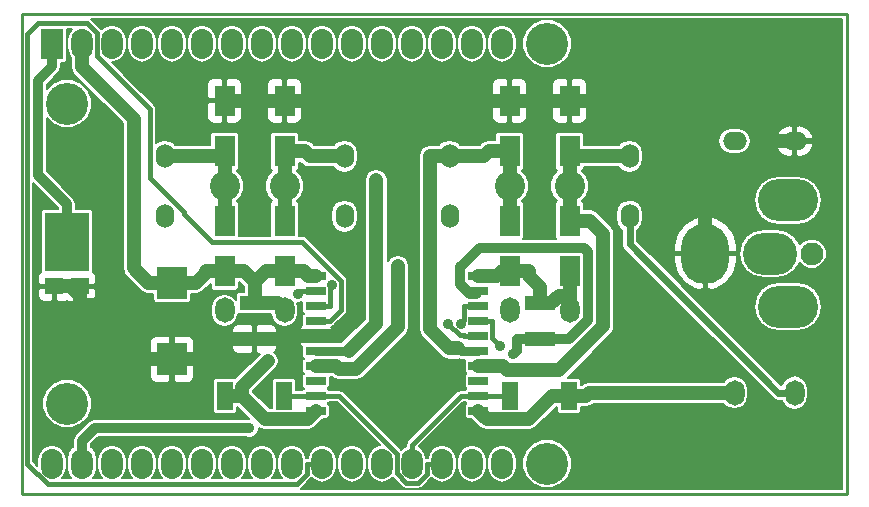
<source format=gbl>
G04 #@! TF.GenerationSoftware,KiCad,Pcbnew,no-vcs-found-6223534~58~ubuntu16.04.1*
G04 #@! TF.CreationDate,2017-03-08T14:08:53-05:00*
G04 #@! TF.ProjectId,h_bridge_controller_3x2,685F6272696467655F636F6E74726F6C,1.0*
G04 #@! TF.FileFunction,Copper,L2,Bot,Signal*
G04 #@! TF.FilePolarity,Positive*
%FSLAX46Y46*%
G04 Gerber Fmt 4.6, Leading zero omitted, Abs format (unit mm)*
G04 Created by KiCad (PCBNEW no-vcs-found-6223534~58~ubuntu16.04.1) date Wed Mar  8 14:08:53 2017*
%MOMM*%
%LPD*%
G01*
G04 APERTURE LIST*
%ADD10C,0.100000*%
%ADD11C,0.228600*%
%ADD12O,1.854200X2.540000*%
%ADD13R,1.854200X2.540000*%
%ADD14C,3.556000*%
%ADD15R,2.540000X1.270000*%
%ADD16R,2.550000X2.770000*%
%ADD17R,3.800000X4.960000*%
%ADD18R,1.600000X1.440000*%
%ADD19R,1.750000X2.650000*%
%ADD20O,2.032000X1.524000*%
%ADD21O,1.524000X2.032000*%
%ADD22C,1.930400*%
%ADD23O,4.572000X3.556000*%
%ADD24O,4.064000X5.080000*%
%ADD25O,5.080000X3.556000*%
%ADD26R,1.397000X2.489200*%
%ADD27O,1.651000X2.159000*%
%ADD28C,2.540000*%
%ADD29R,1.700000X0.760000*%
%ADD30C,0.889000*%
%ADD31C,1.219200*%
%ADD32C,0.759800*%
%ADD33C,0.812800*%
%ADD34C,0.609600*%
%ADD35C,0.406400*%
%ADD36C,0.203200*%
G04 APERTURE END LIST*
D10*
D11*
X155575000Y-68580000D02*
X85725000Y-68580000D01*
X155575000Y-109220000D02*
X155575000Y-68580000D01*
X85725000Y-109220000D02*
X155575000Y-109220000D01*
X85725000Y-68580000D02*
X85725000Y-109220000D01*
D12*
X90805000Y-71120000D03*
X93345000Y-71120000D03*
D13*
X88265000Y-71120000D03*
D12*
X95885000Y-71120000D03*
X98425000Y-71120000D03*
X100965000Y-71120000D03*
X103505000Y-71120000D03*
X106045000Y-71120000D03*
X108585000Y-71120000D03*
X111125000Y-71120000D03*
X113665000Y-71120000D03*
X116205000Y-71120000D03*
X118745000Y-71120000D03*
X121285000Y-71120000D03*
X123825000Y-71120000D03*
X126365000Y-71120000D03*
X126365000Y-106680000D03*
X123825000Y-106680000D03*
X121285000Y-106680000D03*
X118745000Y-106680000D03*
X116205000Y-106680000D03*
X113665000Y-106680000D03*
X111125000Y-106680000D03*
X108585000Y-106680000D03*
X106045000Y-106680000D03*
X103505000Y-106680000D03*
X100965000Y-106680000D03*
X98425000Y-106680000D03*
X95885000Y-106680000D03*
X93345000Y-106680000D03*
X90805000Y-106680000D03*
X88265000Y-106680000D03*
D14*
X89535000Y-76200000D03*
X89535000Y-101600000D03*
X130175000Y-106680000D03*
X130175000Y-71120000D03*
D15*
X105410000Y-96139000D03*
X105410000Y-93091000D03*
X129540000Y-93091000D03*
X129540000Y-96139000D03*
D16*
X98425000Y-97835000D03*
X98425000Y-91395000D03*
D17*
X89535000Y-87880000D03*
D18*
X88470000Y-91680000D03*
X90600000Y-91680000D03*
D19*
X102870000Y-80255000D03*
X102870000Y-75955000D03*
X102870000Y-86115000D03*
X102870000Y-90415000D03*
X107950000Y-80255000D03*
X107950000Y-75955000D03*
X107950000Y-86115000D03*
X107950000Y-90415000D03*
X127000000Y-75955000D03*
X127000000Y-80255000D03*
X127000000Y-90415000D03*
X127000000Y-86115000D03*
X132080000Y-75955000D03*
X132080000Y-80255000D03*
X132080000Y-90415000D03*
X132080000Y-86115000D03*
D20*
X146050000Y-79375000D03*
X151130000Y-79375000D03*
D21*
X97790000Y-80645000D03*
X97790000Y-85725000D03*
X113030000Y-85725000D03*
X113030000Y-80645000D03*
X121920000Y-80645000D03*
X121920000Y-85725000D03*
D22*
X152577800Y-88900000D03*
D23*
X149072600Y-88900000D03*
D24*
X143586200Y-88900000D03*
D25*
X150571200Y-84404200D03*
X150571200Y-93395800D03*
D26*
X102908100Y-100965000D03*
X107911900Y-100965000D03*
X127038100Y-100965000D03*
X132041900Y-100965000D03*
D27*
X146050000Y-100685600D03*
X151130000Y-100685600D03*
D28*
X102870000Y-83185000D03*
X107950000Y-83185000D03*
X132080000Y-83185000D03*
X127000000Y-83185000D03*
D29*
X110595000Y-102235000D03*
X110595000Y-100965000D03*
X110595000Y-99695000D03*
X110595000Y-98425000D03*
X110595000Y-97155000D03*
X110595000Y-95885000D03*
X110595000Y-94615000D03*
X110595000Y-93345000D03*
X110595000Y-92075000D03*
X110595000Y-90805000D03*
X124355000Y-90805000D03*
X124355000Y-92075000D03*
X124355000Y-93345000D03*
X124355000Y-94615000D03*
X124355000Y-95885000D03*
X124355000Y-97155000D03*
X124355000Y-98425000D03*
X124355000Y-99695000D03*
X124355000Y-100965000D03*
X124355000Y-102235000D03*
D21*
X137160000Y-80645000D03*
X137160000Y-85725000D03*
D27*
X102870000Y-93700600D03*
X107950000Y-93700600D03*
X132080000Y-93700600D03*
X127000000Y-93700600D03*
D30*
X106524300Y-97995700D03*
X127306000Y-97441700D03*
X104953200Y-103687400D03*
X117537100Y-89954800D03*
X115705800Y-82709200D03*
X109063900Y-92316800D03*
X122859900Y-94833000D03*
X121763300Y-94825700D03*
X111994900Y-91561600D03*
X126186300Y-96698100D03*
D31*
X91715000Y-93263900D02*
X90600000Y-93263900D01*
X96286100Y-97835000D02*
X91715000Y-93263900D01*
X98425000Y-97835000D02*
X96286100Y-97835000D01*
X90600000Y-91680000D02*
X90600000Y-92471900D01*
X90600000Y-92471900D02*
X90600000Y-93263900D01*
X90133900Y-92005800D02*
X90133900Y-91680000D01*
X90600000Y-92471900D02*
X90133900Y-92005800D01*
X88470000Y-91680000D02*
X90133900Y-91680000D01*
X107950000Y-75955000D02*
X102870000Y-75955000D01*
X98425000Y-97835000D02*
X100563900Y-97835000D01*
X102259900Y-96139000D02*
X100563900Y-97835000D01*
X105410000Y-96139000D02*
X102259900Y-96139000D01*
X105410000Y-96139000D02*
X107543900Y-96139000D01*
X148723100Y-79375000D02*
X143586200Y-84511900D01*
X151130000Y-79375000D02*
X148723100Y-79375000D01*
X135029300Y-75955000D02*
X143586200Y-84511900D01*
X132080000Y-75955000D02*
X135029300Y-75955000D01*
X143586200Y-84511900D02*
X143586200Y-88900000D01*
X107797900Y-95885000D02*
X110595000Y-95885000D01*
X107543900Y-96139000D02*
X107797900Y-95885000D01*
X110595000Y-95885000D02*
X112308900Y-95885000D01*
X132080000Y-75955000D02*
X127000000Y-75955000D01*
X118546600Y-75955000D02*
X114720000Y-79781600D01*
X127000000Y-75955000D02*
X118546600Y-75955000D01*
X110893400Y-75955000D02*
X107950000Y-75955000D01*
X114720000Y-79781600D02*
X110893400Y-75955000D01*
X114720000Y-81559700D02*
X114720000Y-79781600D01*
X113602300Y-82677400D02*
X114720000Y-81559700D01*
X113461100Y-82677400D02*
X113602300Y-82677400D01*
X111372600Y-84765900D02*
X113461100Y-82677400D01*
X111372600Y-88122400D02*
X111372600Y-84765900D01*
X113828200Y-90578000D02*
X111372600Y-88122400D01*
X113828200Y-94365700D02*
X113828200Y-90578000D01*
X112308900Y-95885000D02*
X113828200Y-94365700D01*
X132041900Y-100965000D02*
X130606800Y-100965000D01*
X109951600Y-90805000D02*
X109561600Y-90415000D01*
X110595000Y-90805000D02*
X109951600Y-90805000D01*
X133756400Y-100685600D02*
X133477000Y-100965000D01*
X146050000Y-100685600D02*
X133756400Y-100685600D01*
X132041900Y-100965000D02*
X133477000Y-100965000D01*
X125066800Y-102946800D02*
X124355000Y-102235000D01*
X128625000Y-102946800D02*
X125066800Y-102946800D01*
X130606800Y-100965000D02*
X128625000Y-102946800D01*
X105410000Y-93091000D02*
X105410000Y-91719400D01*
X98425000Y-91395000D02*
X96413400Y-91395000D01*
X90805000Y-71120000D02*
X90805000Y-73126600D01*
X101258400Y-90573200D02*
X100436600Y-91395000D01*
X101258400Y-90415000D02*
X101258400Y-90573200D01*
X98425000Y-91395000D02*
X100436600Y-91395000D01*
X102870000Y-90415000D02*
X101258400Y-90415000D01*
X124355000Y-90805000D02*
X125941600Y-90805000D01*
X95162500Y-90144100D02*
X96413400Y-91395000D01*
X95162500Y-77484100D02*
X95162500Y-90144100D01*
X90805000Y-73126600D02*
X95162500Y-77484100D01*
X126331600Y-90415000D02*
X127000000Y-90415000D01*
X125941600Y-90805000D02*
X126331600Y-90415000D01*
X128611600Y-90791000D02*
X129540000Y-91719400D01*
X128611600Y-90415000D02*
X128611600Y-90791000D01*
X127000000Y-90415000D02*
X128611600Y-90415000D01*
X129540000Y-93091000D02*
X129540000Y-91719400D01*
X102908100Y-100965000D02*
X104343200Y-100965000D01*
X106299400Y-102921200D02*
X104343200Y-100965000D01*
X109908800Y-102921200D02*
X106299400Y-102921200D01*
X110595000Y-102235000D02*
X109908800Y-102921200D01*
X129540000Y-93091000D02*
X130543300Y-93091000D01*
X131157700Y-92476600D02*
X132080000Y-92476600D01*
X130543300Y-93091000D02*
X131157700Y-92476600D01*
X132080000Y-90415000D02*
X132080000Y-92476600D01*
X104343200Y-100176800D02*
X106524300Y-97995700D01*
X104343200Y-100965000D02*
X104343200Y-100176800D01*
X132080000Y-93700600D02*
X132080000Y-92476600D01*
X108259300Y-90415000D02*
X109561600Y-90415000D01*
X108259300Y-90415000D02*
X107950000Y-90415000D01*
X107950000Y-90415000D02*
X106338400Y-90415000D01*
X102870000Y-90415000D02*
X104481600Y-90415000D01*
X105410000Y-91255200D02*
X105410000Y-91719400D01*
X105498200Y-91255200D02*
X105410000Y-91255200D01*
X106338400Y-90415000D02*
X105498200Y-91255200D01*
X105321800Y-91255200D02*
X104481600Y-90415000D01*
X105410000Y-91255200D02*
X105321800Y-91255200D01*
X107416600Y-93167200D02*
X107416600Y-93091000D01*
X107950000Y-93700600D02*
X107416600Y-93167200D01*
X105410000Y-93091000D02*
X107416600Y-93091000D01*
D32*
X124125800Y-92304200D02*
X124355000Y-92075000D01*
X124057800Y-92304200D02*
X124125800Y-92304200D01*
D33*
X132002900Y-96139000D02*
X129540000Y-96139000D01*
X133615800Y-94526100D02*
X132002900Y-96139000D01*
X133615800Y-88751500D02*
X133615800Y-94526100D01*
X133293500Y-88429200D02*
X133615800Y-88751500D01*
X124487000Y-88429200D02*
X133293500Y-88429200D01*
X122844200Y-90072000D02*
X124487000Y-88429200D01*
X122844200Y-91458500D02*
X122844200Y-90072000D01*
X123689900Y-92304200D02*
X122844200Y-91458500D01*
X124057800Y-92304200D02*
X123689900Y-92304200D01*
X127609300Y-97138400D02*
X127306000Y-97441700D01*
X127609300Y-96139000D02*
X127609300Y-97138400D01*
X90805000Y-106680000D02*
X90805000Y-104749300D01*
X129540000Y-96139000D02*
X127609300Y-96139000D01*
X91866900Y-103687400D02*
X104953200Y-103687400D01*
X90805000Y-104749300D02*
X91866900Y-103687400D01*
X87038300Y-74277400D02*
X88265000Y-73050700D01*
X87038300Y-82242600D02*
X87038300Y-74277400D01*
X89535000Y-84739300D02*
X87038300Y-82242600D01*
X89535000Y-87880000D02*
X89535000Y-84739300D01*
X88265000Y-71120000D02*
X88265000Y-73050700D01*
D31*
X102870000Y-86115000D02*
X102870000Y-83185000D01*
X97790000Y-80645000D02*
X99415900Y-80645000D01*
X102870000Y-80645000D02*
X99415900Y-80645000D01*
X102870000Y-83185000D02*
X102870000Y-80645000D01*
X102870000Y-80645000D02*
X102870000Y-80255000D01*
X117537100Y-95101200D02*
X117537100Y-89954800D01*
X114004000Y-98634300D02*
X117537100Y-95101200D01*
X112518200Y-98634300D02*
X114004000Y-98634300D01*
X112308900Y-98425000D02*
X112518200Y-98634300D01*
X110595000Y-98425000D02*
X112308900Y-98425000D01*
D32*
X110595000Y-97155000D02*
X112079200Y-97155000D01*
D31*
X115705800Y-94848500D02*
X115705800Y-82709200D01*
X113399300Y-97155000D02*
X115705800Y-94848500D01*
D32*
X113399300Y-97155000D02*
X112079200Y-97155000D01*
D31*
X110078900Y-80645000D02*
X109688900Y-80255000D01*
X113030000Y-80645000D02*
X110078900Y-80645000D01*
X107950000Y-80255000D02*
X109688900Y-80255000D01*
X107950000Y-86115000D02*
X107950000Y-83185000D01*
X107950000Y-83185000D02*
X107950000Y-80255000D01*
X127000000Y-80255000D02*
X125261100Y-80255000D01*
D32*
X122870800Y-97143100D02*
X122870800Y-97155000D01*
X122640900Y-96913200D02*
X122870800Y-97143100D01*
X124355000Y-97155000D02*
X122870800Y-97155000D01*
D31*
X124871100Y-80645000D02*
X125261100Y-80255000D01*
X121920000Y-80645000D02*
X124871100Y-80645000D01*
X121920000Y-80645000D02*
X120294100Y-80645000D01*
X121915600Y-96913200D02*
X122640900Y-96913200D01*
X120294100Y-95291700D02*
X121915600Y-96913200D01*
X120294100Y-80645000D02*
X120294100Y-95291700D01*
X127000000Y-80255000D02*
X127000000Y-83185000D01*
X127000000Y-83185000D02*
X127000000Y-86115000D01*
X137160000Y-80645000D02*
X132080000Y-80645000D01*
X132080000Y-80645000D02*
X132080000Y-80255000D01*
X132080000Y-80645000D02*
X132080000Y-83185000D01*
X132080000Y-83185000D02*
X132080000Y-86115000D01*
X132080000Y-86115000D02*
X133818900Y-86115000D01*
X134912700Y-87208800D02*
X133818900Y-86115000D01*
X134912700Y-95039700D02*
X134912700Y-87208800D01*
X131202300Y-98750100D02*
X134912700Y-95039700D01*
X126764100Y-98750100D02*
X131202300Y-98750100D01*
X126439000Y-98425000D02*
X126764100Y-98750100D01*
X124355000Y-98425000D02*
X126439000Y-98425000D01*
D34*
X137160000Y-88100200D02*
X137160000Y-85725000D01*
X149745400Y-100685600D02*
X137160000Y-88100200D01*
X151130000Y-100685600D02*
X149745400Y-100685600D01*
D35*
X107911900Y-100965000D02*
X110595000Y-100965000D01*
X120027700Y-107543900D02*
X120027700Y-106680000D01*
X119285100Y-108286500D02*
X120027700Y-107543900D01*
X118263700Y-108286500D02*
X119285100Y-108286500D01*
X117475000Y-107497800D02*
X118263700Y-108286500D01*
X117475000Y-105844700D02*
X117475000Y-107497800D01*
X112595300Y-100965000D02*
X117475000Y-105844700D01*
X110595000Y-100965000D02*
X112595300Y-100965000D01*
X121285000Y-106680000D02*
X120027700Y-106680000D01*
X118745000Y-106680000D02*
X118745000Y-105079800D01*
X122859800Y-100965000D02*
X124355000Y-100965000D01*
X118745000Y-105079800D02*
X122859800Y-100965000D01*
X124355000Y-100965000D02*
X127038100Y-100965000D01*
X110595000Y-94615000D02*
X111775200Y-94615000D01*
X111125000Y-106680000D02*
X109867700Y-106680000D01*
X109867700Y-107543900D02*
X109867700Y-106680000D01*
X108978700Y-108432900D02*
X109867700Y-107543900D01*
X87888500Y-108432900D02*
X108978700Y-108432900D01*
X86164300Y-106708700D02*
X87888500Y-108432900D01*
X86164300Y-70308400D02*
X86164300Y-106708700D01*
X87080300Y-69392400D02*
X86164300Y-70308400D01*
X91213600Y-69392400D02*
X87080300Y-69392400D01*
X92075000Y-70253800D02*
X91213600Y-69392400D01*
X92075000Y-72148900D02*
X92075000Y-70253800D01*
X96570400Y-76644300D02*
X92075000Y-72148900D01*
X96570400Y-82513600D02*
X96570400Y-76644300D01*
X99417700Y-85360900D02*
X96570400Y-82513600D01*
X99417700Y-85519300D02*
X99417700Y-85360900D01*
X101796000Y-87897600D02*
X99417700Y-85519300D01*
X109392400Y-87897600D02*
X101796000Y-87897600D01*
X112752600Y-91257800D02*
X109392400Y-87897600D01*
X112752600Y-93637600D02*
X112752600Y-91257800D01*
X111775200Y-94615000D02*
X112752600Y-93637600D01*
X109305700Y-92075000D02*
X109063900Y-92316800D01*
X110595000Y-92075000D02*
X109305700Y-92075000D01*
X123174800Y-94518100D02*
X122859900Y-94833000D01*
X123174800Y-93345000D02*
X123174800Y-94518100D01*
X124355000Y-93345000D02*
X123174800Y-93345000D01*
X122773200Y-95835600D02*
X121763300Y-94825700D01*
X123125400Y-95835600D02*
X122773200Y-95835600D01*
X123174800Y-95885000D02*
X123125400Y-95835600D01*
X124355000Y-95885000D02*
X123174800Y-95885000D01*
X110595000Y-93345000D02*
X111775200Y-93345000D01*
X111775200Y-91781300D02*
X111994900Y-91561600D01*
X111775200Y-93345000D02*
X111775200Y-91781300D01*
X124355000Y-94615000D02*
X125535200Y-94615000D01*
X125535200Y-96047000D02*
X126186300Y-96698100D01*
X125535200Y-94615000D02*
X125535200Y-96047000D01*
D36*
G36*
X155155900Y-108800900D02*
X109324755Y-108800900D01*
X109337910Y-108792110D01*
X110226910Y-107903110D01*
X110233154Y-107893766D01*
X110253915Y-107924837D01*
X110653572Y-108191879D01*
X111125000Y-108285652D01*
X111596428Y-108191879D01*
X111996085Y-107924837D01*
X112263127Y-107525180D01*
X112356900Y-107053752D01*
X112356900Y-106306248D01*
X112433100Y-106306248D01*
X112433100Y-107053752D01*
X112526873Y-107525180D01*
X112793915Y-107924837D01*
X113193572Y-108191879D01*
X113665000Y-108285652D01*
X114136428Y-108191879D01*
X114536085Y-107924837D01*
X114803127Y-107525180D01*
X114896900Y-107053752D01*
X114896900Y-106306248D01*
X114803127Y-105834820D01*
X114536085Y-105435163D01*
X114136428Y-105168121D01*
X113665000Y-105074348D01*
X113193572Y-105168121D01*
X112793915Y-105435163D01*
X112526873Y-105834820D01*
X112433100Y-106306248D01*
X112356900Y-106306248D01*
X112263127Y-105834820D01*
X111996085Y-105435163D01*
X111596428Y-105168121D01*
X111125000Y-105074348D01*
X110653572Y-105168121D01*
X110253915Y-105435163D01*
X109986873Y-105834820D01*
X109919804Y-106172000D01*
X109867700Y-106172000D01*
X109793146Y-106186830D01*
X109723127Y-105834820D01*
X109456085Y-105435163D01*
X109056428Y-105168121D01*
X108585000Y-105074348D01*
X108113572Y-105168121D01*
X107713915Y-105435163D01*
X107446873Y-105834820D01*
X107353100Y-106306248D01*
X107353100Y-107053752D01*
X107446873Y-107525180D01*
X107713915Y-107924837D01*
X107714009Y-107924900D01*
X106915991Y-107924900D01*
X106916085Y-107924837D01*
X107183127Y-107525180D01*
X107276900Y-107053752D01*
X107276900Y-106306248D01*
X107183127Y-105834820D01*
X106916085Y-105435163D01*
X106516428Y-105168121D01*
X106045000Y-105074348D01*
X105573572Y-105168121D01*
X105173915Y-105435163D01*
X104906873Y-105834820D01*
X104813100Y-106306248D01*
X104813100Y-107053752D01*
X104906873Y-107525180D01*
X105173915Y-107924837D01*
X105174009Y-107924900D01*
X104375991Y-107924900D01*
X104376085Y-107924837D01*
X104643127Y-107525180D01*
X104736900Y-107053752D01*
X104736900Y-106306248D01*
X104643127Y-105834820D01*
X104376085Y-105435163D01*
X103976428Y-105168121D01*
X103505000Y-105074348D01*
X103033572Y-105168121D01*
X102633915Y-105435163D01*
X102366873Y-105834820D01*
X102273100Y-106306248D01*
X102273100Y-107053752D01*
X102366873Y-107525180D01*
X102633915Y-107924837D01*
X102634009Y-107924900D01*
X101835991Y-107924900D01*
X101836085Y-107924837D01*
X102103127Y-107525180D01*
X102196900Y-107053752D01*
X102196900Y-106306248D01*
X102103127Y-105834820D01*
X101836085Y-105435163D01*
X101436428Y-105168121D01*
X100965000Y-105074348D01*
X100493572Y-105168121D01*
X100093915Y-105435163D01*
X99826873Y-105834820D01*
X99733100Y-106306248D01*
X99733100Y-107053752D01*
X99826873Y-107525180D01*
X100093915Y-107924837D01*
X100094009Y-107924900D01*
X99295991Y-107924900D01*
X99296085Y-107924837D01*
X99563127Y-107525180D01*
X99656900Y-107053752D01*
X99656900Y-106306248D01*
X99563127Y-105834820D01*
X99296085Y-105435163D01*
X98896428Y-105168121D01*
X98425000Y-105074348D01*
X97953572Y-105168121D01*
X97553915Y-105435163D01*
X97286873Y-105834820D01*
X97193100Y-106306248D01*
X97193100Y-107053752D01*
X97286873Y-107525180D01*
X97553915Y-107924837D01*
X97554009Y-107924900D01*
X96755991Y-107924900D01*
X96756085Y-107924837D01*
X97023127Y-107525180D01*
X97116900Y-107053752D01*
X97116900Y-106306248D01*
X97023127Y-105834820D01*
X96756085Y-105435163D01*
X96356428Y-105168121D01*
X95885000Y-105074348D01*
X95413572Y-105168121D01*
X95013915Y-105435163D01*
X94746873Y-105834820D01*
X94653100Y-106306248D01*
X94653100Y-107053752D01*
X94746873Y-107525180D01*
X95013915Y-107924837D01*
X95014009Y-107924900D01*
X94215991Y-107924900D01*
X94216085Y-107924837D01*
X94483127Y-107525180D01*
X94576900Y-107053752D01*
X94576900Y-106306248D01*
X94483127Y-105834820D01*
X94216085Y-105435163D01*
X93816428Y-105168121D01*
X93345000Y-105074348D01*
X92873572Y-105168121D01*
X92473915Y-105435163D01*
X92206873Y-105834820D01*
X92113100Y-106306248D01*
X92113100Y-107053752D01*
X92206873Y-107525180D01*
X92473915Y-107924837D01*
X92474009Y-107924900D01*
X91736630Y-107924900D01*
X91990060Y-107545615D01*
X92087700Y-107054747D01*
X92087700Y-106305253D01*
X91990060Y-105814385D01*
X91712006Y-105398247D01*
X91567000Y-105301357D01*
X91567000Y-105064930D01*
X92182531Y-104449400D01*
X104701932Y-104449400D01*
X104793352Y-104487361D01*
X105111652Y-104487639D01*
X105405828Y-104366087D01*
X105631096Y-104141212D01*
X105753161Y-103847248D01*
X105753346Y-103634947D01*
X105949475Y-103765996D01*
X106299400Y-103835600D01*
X109908800Y-103835600D01*
X110258726Y-103765995D01*
X110555378Y-103567778D01*
X111197386Y-102925771D01*
X111445000Y-102925771D01*
X111563927Y-102902115D01*
X111664748Y-102834748D01*
X111732115Y-102733927D01*
X111755771Y-102615000D01*
X111755771Y-101855000D01*
X111732115Y-101736073D01*
X111664748Y-101635252D01*
X111611990Y-101600000D01*
X111664748Y-101564748D01*
X111726053Y-101473000D01*
X112384880Y-101473000D01*
X116022525Y-105110645D01*
X115733572Y-105168121D01*
X115333915Y-105435163D01*
X115066873Y-105834820D01*
X114973100Y-106306248D01*
X114973100Y-107053752D01*
X115066873Y-107525180D01*
X115333915Y-107924837D01*
X115733572Y-108191879D01*
X116205000Y-108285652D01*
X116676428Y-108191879D01*
X117076085Y-107924837D01*
X117119156Y-107860376D01*
X117904490Y-108645710D01*
X118069296Y-108755831D01*
X118101550Y-108762246D01*
X118263700Y-108794500D01*
X119285100Y-108794500D01*
X119479503Y-108755831D01*
X119644310Y-108645710D01*
X120386910Y-107903110D01*
X120393154Y-107893766D01*
X120413915Y-107924837D01*
X120813572Y-108191879D01*
X121285000Y-108285652D01*
X121756428Y-108191879D01*
X122156085Y-107924837D01*
X122423127Y-107525180D01*
X122516900Y-107053752D01*
X122516900Y-106306248D01*
X122593100Y-106306248D01*
X122593100Y-107053752D01*
X122686873Y-107525180D01*
X122953915Y-107924837D01*
X123353572Y-108191879D01*
X123825000Y-108285652D01*
X124296428Y-108191879D01*
X124696085Y-107924837D01*
X124963127Y-107525180D01*
X125056900Y-107053752D01*
X125056900Y-106306248D01*
X125133100Y-106306248D01*
X125133100Y-107053752D01*
X125226873Y-107525180D01*
X125493915Y-107924837D01*
X125893572Y-108191879D01*
X126365000Y-108285652D01*
X126836428Y-108191879D01*
X127236085Y-107924837D01*
X127503127Y-107525180D01*
X127589197Y-107092477D01*
X128091840Y-107092477D01*
X128408259Y-107858270D01*
X128993648Y-108444682D01*
X129758888Y-108762437D01*
X130587477Y-108763160D01*
X131353270Y-108446741D01*
X131939682Y-107861352D01*
X132257437Y-107096112D01*
X132258160Y-106267523D01*
X131941741Y-105501730D01*
X131356352Y-104915318D01*
X130591112Y-104597563D01*
X129762523Y-104596840D01*
X128996730Y-104913259D01*
X128410318Y-105498648D01*
X128092563Y-106263888D01*
X128091840Y-107092477D01*
X127589197Y-107092477D01*
X127596900Y-107053752D01*
X127596900Y-106306248D01*
X127503127Y-105834820D01*
X127236085Y-105435163D01*
X126836428Y-105168121D01*
X126365000Y-105074348D01*
X125893572Y-105168121D01*
X125493915Y-105435163D01*
X125226873Y-105834820D01*
X125133100Y-106306248D01*
X125056900Y-106306248D01*
X124963127Y-105834820D01*
X124696085Y-105435163D01*
X124296428Y-105168121D01*
X123825000Y-105074348D01*
X123353572Y-105168121D01*
X122953915Y-105435163D01*
X122686873Y-105834820D01*
X122593100Y-106306248D01*
X122516900Y-106306248D01*
X122423127Y-105834820D01*
X122156085Y-105435163D01*
X121756428Y-105168121D01*
X121285000Y-105074348D01*
X120813572Y-105168121D01*
X120413915Y-105435163D01*
X120146873Y-105834820D01*
X120079804Y-106172000D01*
X120027700Y-106172000D01*
X119953146Y-106186830D01*
X119883127Y-105834820D01*
X119616085Y-105435163D01*
X119311544Y-105231676D01*
X123070220Y-101473000D01*
X123223947Y-101473000D01*
X123285252Y-101564748D01*
X123338010Y-101600000D01*
X123285252Y-101635252D01*
X123217885Y-101736073D01*
X123194229Y-101855000D01*
X123194229Y-102615000D01*
X123217885Y-102733927D01*
X123285252Y-102834748D01*
X123386073Y-102902115D01*
X123505000Y-102925771D01*
X123752615Y-102925771D01*
X124420221Y-103593378D01*
X124568548Y-103692486D01*
X124716874Y-103791595D01*
X125066800Y-103861200D01*
X128625000Y-103861200D01*
X128974926Y-103791595D01*
X129271578Y-103593378D01*
X130985557Y-101879400D01*
X131032629Y-101879400D01*
X131032629Y-102209600D01*
X131056285Y-102328527D01*
X131123652Y-102429348D01*
X131224473Y-102496715D01*
X131343400Y-102520371D01*
X132740400Y-102520371D01*
X132859327Y-102496715D01*
X132960148Y-102429348D01*
X133027515Y-102328527D01*
X133051171Y-102209600D01*
X133051171Y-101879400D01*
X133477000Y-101879400D01*
X133826926Y-101809795D01*
X134123578Y-101611578D01*
X134135156Y-101600000D01*
X145139864Y-101600000D01*
X145250757Y-101765963D01*
X145617453Y-102010981D01*
X146050000Y-102097020D01*
X146482547Y-102010981D01*
X146849243Y-101765963D01*
X147094261Y-101399267D01*
X147180300Y-100966720D01*
X147180300Y-100404480D01*
X147094261Y-99971933D01*
X146849243Y-99605237D01*
X146482547Y-99360219D01*
X146050000Y-99274180D01*
X145617453Y-99360219D01*
X145250757Y-99605237D01*
X145139864Y-99771200D01*
X133756400Y-99771200D01*
X133406474Y-99840805D01*
X133258148Y-99939913D01*
X133109821Y-100039022D01*
X133098243Y-100050600D01*
X133051171Y-100050600D01*
X133051171Y-99720400D01*
X133027515Y-99601473D01*
X132960148Y-99500652D01*
X132859327Y-99433285D01*
X132740400Y-99409629D01*
X131907769Y-99409629D01*
X135595199Y-95722199D01*
X135804429Y-95409066D01*
X135822134Y-95320056D01*
X135877900Y-95039700D01*
X135877900Y-87208800D01*
X135804429Y-86839434D01*
X135775497Y-86796134D01*
X135595200Y-86526301D01*
X134513028Y-85444129D01*
X136042400Y-85444129D01*
X136042400Y-86005871D01*
X136127472Y-86433558D01*
X136369737Y-86796134D01*
X136499600Y-86882905D01*
X136499600Y-88100200D01*
X136549870Y-88352924D01*
X136693027Y-88567173D01*
X149278426Y-101152573D01*
X149492676Y-101295730D01*
X149745400Y-101346000D01*
X150024146Y-101346000D01*
X150038806Y-101419702D01*
X150294836Y-101802879D01*
X150678013Y-102058909D01*
X151130000Y-102148815D01*
X151581987Y-102058909D01*
X151965164Y-101802879D01*
X152221194Y-101419702D01*
X152311100Y-100967715D01*
X152311100Y-100403485D01*
X152221194Y-99951498D01*
X151965164Y-99568321D01*
X151581987Y-99312291D01*
X151130000Y-99222385D01*
X150678013Y-99312291D01*
X150294836Y-99568321D01*
X150038806Y-99951498D01*
X150024146Y-100025200D01*
X150018947Y-100025200D01*
X143389547Y-93395800D01*
X147670667Y-93395800D01*
X147829211Y-94192853D01*
X148280705Y-94868562D01*
X148956414Y-95320056D01*
X149753467Y-95478600D01*
X151388933Y-95478600D01*
X152185986Y-95320056D01*
X152861695Y-94868562D01*
X153313189Y-94192853D01*
X153471733Y-93395800D01*
X153313189Y-92598747D01*
X152861695Y-91923038D01*
X152185986Y-91471544D01*
X151388933Y-91313000D01*
X149753467Y-91313000D01*
X148956414Y-91471544D01*
X148280705Y-91923038D01*
X147829211Y-92598747D01*
X147670667Y-93395800D01*
X143389547Y-93395800D01*
X139046147Y-89052400D01*
X140944600Y-89052400D01*
X140944600Y-89560400D01*
X141204001Y-90559696D01*
X141826070Y-91383656D01*
X142716103Y-91906841D01*
X143023127Y-91988891D01*
X143433800Y-91892530D01*
X143433800Y-89052400D01*
X143738600Y-89052400D01*
X143738600Y-91892530D01*
X144149273Y-91988891D01*
X144456297Y-91906841D01*
X145346330Y-91383656D01*
X145968399Y-90559696D01*
X146227800Y-89560400D01*
X146227800Y-89052400D01*
X143738600Y-89052400D01*
X143433800Y-89052400D01*
X140944600Y-89052400D01*
X139046147Y-89052400D01*
X138893747Y-88900000D01*
X146431043Y-88900000D01*
X146589587Y-89697053D01*
X147041081Y-90372762D01*
X147716790Y-90824256D01*
X148513843Y-90982800D01*
X149631357Y-90982800D01*
X150428410Y-90824256D01*
X151104119Y-90372762D01*
X151555613Y-89697053D01*
X151559495Y-89677538D01*
X151857463Y-89976026D01*
X152324073Y-90169779D01*
X152829310Y-90170220D01*
X153296258Y-89977282D01*
X153653826Y-89620337D01*
X153847579Y-89153727D01*
X153848020Y-88648490D01*
X153655082Y-88181542D01*
X153298137Y-87823974D01*
X152831527Y-87630221D01*
X152326290Y-87629780D01*
X151859342Y-87822718D01*
X151559425Y-88122112D01*
X151555613Y-88102947D01*
X151104119Y-87427238D01*
X150428410Y-86975744D01*
X149631357Y-86817200D01*
X148513843Y-86817200D01*
X147716790Y-86975744D01*
X147041081Y-87427238D01*
X146589587Y-88102947D01*
X146431043Y-88900000D01*
X138893747Y-88900000D01*
X138233347Y-88239600D01*
X140944600Y-88239600D01*
X140944600Y-88747600D01*
X143433800Y-88747600D01*
X143433800Y-85907470D01*
X143738600Y-85907470D01*
X143738600Y-88747600D01*
X146227800Y-88747600D01*
X146227800Y-88239600D01*
X145968399Y-87240304D01*
X145346330Y-86416344D01*
X144456297Y-85893159D01*
X144149273Y-85811109D01*
X143738600Y-85907470D01*
X143433800Y-85907470D01*
X143023127Y-85811109D01*
X142716103Y-85893159D01*
X141826070Y-86416344D01*
X141204001Y-87240304D01*
X140944600Y-88239600D01*
X138233347Y-88239600D01*
X137820400Y-87826654D01*
X137820400Y-86882905D01*
X137950263Y-86796134D01*
X138192528Y-86433558D01*
X138277600Y-86005871D01*
X138277600Y-85444129D01*
X138192528Y-85016442D01*
X137950263Y-84653866D01*
X137587687Y-84411601D01*
X137550480Y-84404200D01*
X147670667Y-84404200D01*
X147829211Y-85201253D01*
X148280705Y-85876962D01*
X148956414Y-86328456D01*
X149753467Y-86487000D01*
X151388933Y-86487000D01*
X152185986Y-86328456D01*
X152861695Y-85876962D01*
X153313189Y-85201253D01*
X153471733Y-84404200D01*
X153313189Y-83607147D01*
X152861695Y-82931438D01*
X152185986Y-82479944D01*
X151388933Y-82321400D01*
X149753467Y-82321400D01*
X148956414Y-82479944D01*
X148280705Y-82931438D01*
X147829211Y-83607147D01*
X147670667Y-84404200D01*
X137550480Y-84404200D01*
X137160000Y-84326529D01*
X136732313Y-84411601D01*
X136369737Y-84653866D01*
X136127472Y-85016442D01*
X136042400Y-85444129D01*
X134513028Y-85444129D01*
X134501399Y-85432501D01*
X134188266Y-85223271D01*
X133818900Y-85149800D01*
X133317566Y-85149800D01*
X133317566Y-84790000D01*
X133289967Y-84651252D01*
X133211373Y-84533627D01*
X133102706Y-84461019D01*
X133457313Y-84107030D01*
X133705317Y-83509770D01*
X133705881Y-82863067D01*
X133458920Y-82265375D01*
X133102971Y-81908804D01*
X133211373Y-81836373D01*
X133289967Y-81718748D01*
X133311559Y-81610200D01*
X136298954Y-81610200D01*
X136369737Y-81716134D01*
X136732313Y-81958399D01*
X137160000Y-82043471D01*
X137587687Y-81958399D01*
X137950263Y-81716134D01*
X138192528Y-81353558D01*
X138277600Y-80925871D01*
X138277600Y-80364129D01*
X138192528Y-79936442D01*
X137950263Y-79573866D01*
X137652639Y-79375000D01*
X144651529Y-79375000D01*
X144736601Y-79802687D01*
X144978866Y-80165263D01*
X145341442Y-80407528D01*
X145769129Y-80492600D01*
X146330871Y-80492600D01*
X146758558Y-80407528D01*
X147121134Y-80165263D01*
X147363399Y-79802687D01*
X147376114Y-79738761D01*
X149553516Y-79738761D01*
X149560546Y-79795299D01*
X149821520Y-80266708D01*
X150243030Y-80602363D01*
X150760904Y-80751163D01*
X150977600Y-80599825D01*
X150977600Y-79527400D01*
X151282400Y-79527400D01*
X151282400Y-80599825D01*
X151499096Y-80751163D01*
X152016970Y-80602363D01*
X152438480Y-80266708D01*
X152699454Y-79795299D01*
X152706484Y-79738761D01*
X152593637Y-79527400D01*
X151282400Y-79527400D01*
X150977600Y-79527400D01*
X149666363Y-79527400D01*
X149553516Y-79738761D01*
X147376114Y-79738761D01*
X147448471Y-79375000D01*
X147376115Y-79011239D01*
X149553516Y-79011239D01*
X149666363Y-79222600D01*
X150977600Y-79222600D01*
X150977600Y-78150175D01*
X151282400Y-78150175D01*
X151282400Y-79222600D01*
X152593637Y-79222600D01*
X152706484Y-79011239D01*
X152699454Y-78954701D01*
X152438480Y-78483292D01*
X152016970Y-78147637D01*
X151499096Y-77998837D01*
X151282400Y-78150175D01*
X150977600Y-78150175D01*
X150760904Y-77998837D01*
X150243030Y-78147637D01*
X149821520Y-78483292D01*
X149560546Y-78954701D01*
X149553516Y-79011239D01*
X147376115Y-79011239D01*
X147363399Y-78947313D01*
X147121134Y-78584737D01*
X146758558Y-78342472D01*
X146330871Y-78257400D01*
X145769129Y-78257400D01*
X145341442Y-78342472D01*
X144978866Y-78584737D01*
X144736601Y-78947313D01*
X144651529Y-79375000D01*
X137652639Y-79375000D01*
X137587687Y-79331601D01*
X137160000Y-79246529D01*
X136732313Y-79331601D01*
X136369737Y-79573866D01*
X136298954Y-79679800D01*
X133317566Y-79679800D01*
X133317566Y-78930000D01*
X133289967Y-78791252D01*
X133211373Y-78673627D01*
X133093748Y-78595033D01*
X132955000Y-78567434D01*
X131205000Y-78567434D01*
X131066252Y-78595033D01*
X130948627Y-78673627D01*
X130870033Y-78791252D01*
X130842434Y-78930000D01*
X130842434Y-81580000D01*
X130870033Y-81718748D01*
X130948627Y-81836373D01*
X131057294Y-81908981D01*
X130702687Y-82262970D01*
X130454683Y-82860230D01*
X130454119Y-83506933D01*
X130701080Y-84104625D01*
X131057029Y-84461196D01*
X130948627Y-84533627D01*
X130870033Y-84651252D01*
X130842434Y-84790000D01*
X130842434Y-87440000D01*
X130870033Y-87578748D01*
X130929134Y-87667200D01*
X128150866Y-87667200D01*
X128209967Y-87578748D01*
X128237566Y-87440000D01*
X128237566Y-84790000D01*
X128209967Y-84651252D01*
X128131373Y-84533627D01*
X128022706Y-84461019D01*
X128377313Y-84107030D01*
X128625317Y-83509770D01*
X128625881Y-82863067D01*
X128378920Y-82265375D01*
X128022971Y-81908804D01*
X128131373Y-81836373D01*
X128209967Y-81718748D01*
X128237566Y-81580000D01*
X128237566Y-78930000D01*
X128209967Y-78791252D01*
X128131373Y-78673627D01*
X128013748Y-78595033D01*
X127875000Y-78567434D01*
X126125000Y-78567434D01*
X125986252Y-78595033D01*
X125868627Y-78673627D01*
X125790033Y-78791252D01*
X125762434Y-78930000D01*
X125762434Y-79289800D01*
X125261100Y-79289800D01*
X124953015Y-79351082D01*
X124891733Y-79363271D01*
X124578600Y-79572501D01*
X124471301Y-79679800D01*
X122781046Y-79679800D01*
X122710263Y-79573866D01*
X122347687Y-79331601D01*
X121920000Y-79246529D01*
X121492313Y-79331601D01*
X121129737Y-79573866D01*
X121058954Y-79679800D01*
X120294100Y-79679800D01*
X119924734Y-79753271D01*
X119611601Y-79962501D01*
X119402371Y-80275634D01*
X119328900Y-80645000D01*
X119328900Y-95291700D01*
X119390261Y-95600185D01*
X119402371Y-95661066D01*
X119611601Y-95974199D01*
X121233100Y-97595699D01*
X121546233Y-97804929D01*
X121607515Y-97817118D01*
X121915600Y-97878400D01*
X122640900Y-97878400D01*
X122725435Y-97861585D01*
X122870800Y-97890500D01*
X123241654Y-97890500D01*
X123217885Y-97926073D01*
X123194229Y-98045000D01*
X123194229Y-98805000D01*
X123217885Y-98923927D01*
X123285252Y-99024748D01*
X123338010Y-99060000D01*
X123285252Y-99095252D01*
X123217885Y-99196073D01*
X123194229Y-99315000D01*
X123194229Y-100075000D01*
X123217885Y-100193927D01*
X123285252Y-100294748D01*
X123338010Y-100330000D01*
X123285252Y-100365252D01*
X123223947Y-100457000D01*
X122859800Y-100457000D01*
X122665397Y-100495669D01*
X122500590Y-100605790D01*
X118385790Y-104720590D01*
X118275669Y-104885397D01*
X118237000Y-105079800D01*
X118237000Y-105192558D01*
X117873915Y-105435163D01*
X117837249Y-105490038D01*
X117834210Y-105485490D01*
X112954510Y-100605790D01*
X112789703Y-100495669D01*
X112595300Y-100457000D01*
X111726053Y-100457000D01*
X111664748Y-100365252D01*
X111611990Y-100330000D01*
X111664748Y-100294748D01*
X111732115Y-100193927D01*
X111755771Y-100075000D01*
X111755771Y-99390200D01*
X111945552Y-99390200D01*
X112110855Y-99500652D01*
X112148834Y-99526029D01*
X112518200Y-99599500D01*
X114004000Y-99599500D01*
X114373366Y-99526029D01*
X114686499Y-99316799D01*
X118219600Y-95783699D01*
X118428829Y-95470566D01*
X118435903Y-95435004D01*
X118502300Y-95101200D01*
X118502300Y-89954800D01*
X118428829Y-89585434D01*
X118219599Y-89272301D01*
X117906466Y-89063071D01*
X117537100Y-88989600D01*
X117167734Y-89063071D01*
X116854601Y-89272301D01*
X116671000Y-89547078D01*
X116671000Y-82709200D01*
X116597529Y-82339834D01*
X116388299Y-82026701D01*
X116075166Y-81817471D01*
X115705800Y-81744000D01*
X115336434Y-81817471D01*
X115023301Y-82026701D01*
X114814071Y-82339834D01*
X114740600Y-82709200D01*
X114740600Y-94448701D01*
X112769802Y-96419500D01*
X112040830Y-96419500D01*
X112054600Y-96386257D01*
X112054600Y-96189800D01*
X111902200Y-96037400D01*
X110747400Y-96037400D01*
X110747400Y-96057400D01*
X110442600Y-96057400D01*
X110442600Y-96037400D01*
X109287800Y-96037400D01*
X109135400Y-96189800D01*
X109135400Y-96386257D01*
X109228206Y-96610311D01*
X109399689Y-96781794D01*
X109434229Y-96796101D01*
X109434229Y-97535000D01*
X109457885Y-97653927D01*
X109525252Y-97754748D01*
X109578010Y-97790000D01*
X109525252Y-97825252D01*
X109457885Y-97926073D01*
X109434229Y-98045000D01*
X109434229Y-98805000D01*
X109457885Y-98923927D01*
X109525252Y-99024748D01*
X109578010Y-99060000D01*
X109525252Y-99095252D01*
X109457885Y-99196073D01*
X109434229Y-99315000D01*
X109434229Y-100075000D01*
X109457885Y-100193927D01*
X109525252Y-100294748D01*
X109578010Y-100330000D01*
X109525252Y-100365252D01*
X109463947Y-100457000D01*
X108921171Y-100457000D01*
X108921171Y-99720400D01*
X108897515Y-99601473D01*
X108830148Y-99500652D01*
X108729327Y-99433285D01*
X108610400Y-99409629D01*
X107213400Y-99409629D01*
X107094473Y-99433285D01*
X106993652Y-99500652D01*
X106926285Y-99601473D01*
X106902629Y-99720400D01*
X106902629Y-102006800D01*
X106678157Y-102006800D01*
X105257600Y-100586244D01*
X105257600Y-100555556D01*
X107170878Y-98642279D01*
X107369095Y-98345625D01*
X107438699Y-97995700D01*
X107369095Y-97645775D01*
X107170878Y-97349122D01*
X107048652Y-97267453D01*
X107196794Y-97119311D01*
X107289600Y-96895257D01*
X107289600Y-96443800D01*
X107137200Y-96291400D01*
X105562400Y-96291400D01*
X105562400Y-97231200D01*
X105714800Y-97383600D01*
X105843243Y-97383600D01*
X103766309Y-99460535D01*
X103725527Y-99433285D01*
X103606600Y-99409629D01*
X102209600Y-99409629D01*
X102090673Y-99433285D01*
X101989852Y-99500652D01*
X101922485Y-99601473D01*
X101898829Y-99720400D01*
X101898829Y-102209600D01*
X101922485Y-102328527D01*
X101989852Y-102429348D01*
X102090673Y-102496715D01*
X102209600Y-102520371D01*
X103606600Y-102520371D01*
X103725527Y-102496715D01*
X103826348Y-102429348D01*
X103893715Y-102328527D01*
X103917371Y-102209600D01*
X103917371Y-101879400D01*
X103964444Y-101879400D01*
X104972359Y-102887316D01*
X104794748Y-102887161D01*
X104702203Y-102925400D01*
X91866900Y-102925400D01*
X91575295Y-102983404D01*
X91328084Y-103148585D01*
X90266185Y-104210485D01*
X90101004Y-104457695D01*
X90043000Y-104749300D01*
X90043000Y-105301357D01*
X89897994Y-105398247D01*
X89619940Y-105814385D01*
X89522300Y-106305253D01*
X89522300Y-107054747D01*
X89619940Y-107545615D01*
X89873370Y-107924900D01*
X89135991Y-107924900D01*
X89136085Y-107924837D01*
X89403127Y-107525180D01*
X89496900Y-107053752D01*
X89496900Y-106306248D01*
X89403127Y-105834820D01*
X89136085Y-105435163D01*
X88736428Y-105168121D01*
X88265000Y-105074348D01*
X87793572Y-105168121D01*
X87393915Y-105435163D01*
X87126873Y-105834820D01*
X87033100Y-106306248D01*
X87033100Y-106859080D01*
X86672300Y-106498280D01*
X86672300Y-102012477D01*
X87451840Y-102012477D01*
X87768259Y-102778270D01*
X88353648Y-103364682D01*
X89118888Y-103682437D01*
X89947477Y-103683160D01*
X90713270Y-103366741D01*
X91299682Y-102781352D01*
X91617437Y-102016112D01*
X91618160Y-101187523D01*
X91301741Y-100421730D01*
X90716352Y-99835318D01*
X89951112Y-99517563D01*
X89122523Y-99516840D01*
X88356730Y-99833259D01*
X87770318Y-100418648D01*
X87452563Y-101183888D01*
X87451840Y-102012477D01*
X86672300Y-102012477D01*
X86672300Y-98139800D01*
X96540400Y-98139800D01*
X96540400Y-99341257D01*
X96633206Y-99565311D01*
X96804689Y-99736794D01*
X97028743Y-99829600D01*
X98120200Y-99829600D01*
X98272600Y-99677200D01*
X98272600Y-97987400D01*
X98577400Y-97987400D01*
X98577400Y-99677200D01*
X98729800Y-99829600D01*
X99821257Y-99829600D01*
X100045311Y-99736794D01*
X100216794Y-99565311D01*
X100309600Y-99341257D01*
X100309600Y-98139800D01*
X100157200Y-97987400D01*
X98577400Y-97987400D01*
X98272600Y-97987400D01*
X96692800Y-97987400D01*
X96540400Y-98139800D01*
X86672300Y-98139800D01*
X86672300Y-96328743D01*
X96540400Y-96328743D01*
X96540400Y-97530200D01*
X96692800Y-97682600D01*
X98272600Y-97682600D01*
X98272600Y-95992800D01*
X98577400Y-95992800D01*
X98577400Y-97682600D01*
X100157200Y-97682600D01*
X100309600Y-97530200D01*
X100309600Y-96443800D01*
X103530400Y-96443800D01*
X103530400Y-96895257D01*
X103623206Y-97119311D01*
X103794689Y-97290794D01*
X104018743Y-97383600D01*
X105105200Y-97383600D01*
X105257600Y-97231200D01*
X105257600Y-96291400D01*
X103682800Y-96291400D01*
X103530400Y-96443800D01*
X100309600Y-96443800D01*
X100309600Y-96328743D01*
X100216794Y-96104689D01*
X100045311Y-95933206D01*
X99821257Y-95840400D01*
X98729800Y-95840400D01*
X98577400Y-95992800D01*
X98272600Y-95992800D01*
X98120200Y-95840400D01*
X97028743Y-95840400D01*
X96804689Y-95933206D01*
X96633206Y-96104689D01*
X96540400Y-96328743D01*
X86672300Y-96328743D01*
X86672300Y-95382743D01*
X103530400Y-95382743D01*
X103530400Y-95834200D01*
X103682800Y-95986600D01*
X105257600Y-95986600D01*
X105257600Y-95046800D01*
X105562400Y-95046800D01*
X105562400Y-95986600D01*
X107137200Y-95986600D01*
X107289600Y-95834200D01*
X107289600Y-95382743D01*
X107196794Y-95158689D01*
X107025311Y-94987206D01*
X106801257Y-94894400D01*
X105714800Y-94894400D01*
X105562400Y-95046800D01*
X105257600Y-95046800D01*
X105105200Y-94894400D01*
X104018743Y-94894400D01*
X103794689Y-94987206D01*
X103623206Y-95158689D01*
X103530400Y-95382743D01*
X86672300Y-95382743D01*
X86672300Y-91984800D01*
X87060400Y-91984800D01*
X87060400Y-92521257D01*
X87153206Y-92745311D01*
X87324689Y-92916794D01*
X87548743Y-93009600D01*
X88165200Y-93009600D01*
X88317600Y-92857200D01*
X88317600Y-91832400D01*
X88622400Y-91832400D01*
X88622400Y-92857200D01*
X88774800Y-93009600D01*
X89391257Y-93009600D01*
X89535000Y-92950060D01*
X89678743Y-93009600D01*
X90295200Y-93009600D01*
X90447600Y-92857200D01*
X90447600Y-91832400D01*
X90752400Y-91832400D01*
X90752400Y-92857200D01*
X90904800Y-93009600D01*
X91521257Y-93009600D01*
X91745311Y-92916794D01*
X91916794Y-92745311D01*
X92009600Y-92521257D01*
X92009600Y-91984800D01*
X91857200Y-91832400D01*
X90752400Y-91832400D01*
X90447600Y-91832400D01*
X88622400Y-91832400D01*
X88317600Y-91832400D01*
X87212800Y-91832400D01*
X87060400Y-91984800D01*
X86672300Y-91984800D01*
X86672300Y-82954230D01*
X88773000Y-85054930D01*
X88773000Y-85089229D01*
X87635000Y-85089229D01*
X87516073Y-85112885D01*
X87415252Y-85180252D01*
X87347885Y-85281073D01*
X87324229Y-85400000D01*
X87324229Y-90360000D01*
X87339555Y-90437048D01*
X87324689Y-90443206D01*
X87153206Y-90614689D01*
X87060400Y-90838743D01*
X87060400Y-91375200D01*
X87212800Y-91527600D01*
X88317600Y-91527600D01*
X88317600Y-91507600D01*
X88622400Y-91507600D01*
X88622400Y-91527600D01*
X90447600Y-91527600D01*
X90447600Y-91507600D01*
X90752400Y-91507600D01*
X90752400Y-91527600D01*
X91857200Y-91527600D01*
X92009600Y-91375200D01*
X92009600Y-90838743D01*
X91916794Y-90614689D01*
X91745311Y-90443206D01*
X91730445Y-90437048D01*
X91745771Y-90360000D01*
X91745771Y-85400000D01*
X91722115Y-85281073D01*
X91654748Y-85180252D01*
X91553927Y-85112885D01*
X91435000Y-85089229D01*
X90297000Y-85089229D01*
X90297000Y-84739300D01*
X90238996Y-84447695D01*
X90073815Y-84200485D01*
X87800300Y-81926970D01*
X87800300Y-77410367D01*
X88353648Y-77964682D01*
X89118888Y-78282437D01*
X89947477Y-78283160D01*
X90713270Y-77966741D01*
X91299682Y-77381352D01*
X91617437Y-76616112D01*
X91618160Y-75787523D01*
X91301741Y-75021730D01*
X90716352Y-74435318D01*
X89951112Y-74117563D01*
X89122523Y-74116840D01*
X88356730Y-74433259D01*
X87800300Y-74988718D01*
X87800300Y-74593030D01*
X88803816Y-73589515D01*
X88902834Y-73441323D01*
X88968996Y-73342305D01*
X89027000Y-73050700D01*
X89027000Y-72752566D01*
X89192100Y-72752566D01*
X89330848Y-72724967D01*
X89448473Y-72646373D01*
X89527067Y-72528748D01*
X89554666Y-72390000D01*
X89554666Y-69900400D01*
X89917052Y-69900400D01*
X89666873Y-70274820D01*
X89573100Y-70746248D01*
X89573100Y-71493752D01*
X89666873Y-71965180D01*
X89890600Y-72300011D01*
X89890600Y-73126600D01*
X89960205Y-73476526D01*
X89986180Y-73515400D01*
X90158422Y-73773178D01*
X94248100Y-77862857D01*
X94248100Y-90144100D01*
X94317705Y-90494026D01*
X94398330Y-90614689D01*
X94515922Y-90790678D01*
X95766822Y-92041579D01*
X96063475Y-92239796D01*
X96413400Y-92309400D01*
X96839229Y-92309400D01*
X96839229Y-92780000D01*
X96862885Y-92898927D01*
X96930252Y-92999748D01*
X97031073Y-93067115D01*
X97150000Y-93090771D01*
X99700000Y-93090771D01*
X99818927Y-93067115D01*
X99919748Y-92999748D01*
X99987115Y-92898927D01*
X100010771Y-92780000D01*
X100010771Y-92309400D01*
X100436600Y-92309400D01*
X100786526Y-92239795D01*
X101083178Y-92041578D01*
X101684229Y-91440528D01*
X101684229Y-91740000D01*
X101707885Y-91858927D01*
X101775252Y-91959748D01*
X101876073Y-92027115D01*
X101995000Y-92050771D01*
X103745000Y-92050771D01*
X103863927Y-92027115D01*
X103964748Y-91959748D01*
X104032115Y-91858927D01*
X104055771Y-91740000D01*
X104055771Y-91329400D01*
X104102844Y-91329400D01*
X104495600Y-91722157D01*
X104495600Y-92145229D01*
X104140000Y-92145229D01*
X104021073Y-92168885D01*
X103920252Y-92236252D01*
X103852885Y-92337073D01*
X103829229Y-92456000D01*
X103829229Y-92859673D01*
X103669243Y-92620237D01*
X103302547Y-92375219D01*
X102870000Y-92289180D01*
X102437453Y-92375219D01*
X102070757Y-92620237D01*
X101825739Y-92986933D01*
X101739700Y-93419480D01*
X101739700Y-93981720D01*
X101825739Y-94414267D01*
X102070757Y-94780963D01*
X102437453Y-95025981D01*
X102870000Y-95112020D01*
X103302547Y-95025981D01*
X103669243Y-94780963D01*
X103914261Y-94414267D01*
X103997225Y-93997180D01*
X104021073Y-94013115D01*
X104140000Y-94036771D01*
X106680000Y-94036771D01*
X106798927Y-94013115D01*
X106810473Y-94005400D01*
X106824410Y-94005400D01*
X106905739Y-94414267D01*
X107150757Y-94780963D01*
X107517453Y-95025981D01*
X107950000Y-95112020D01*
X108382547Y-95025981D01*
X108749243Y-94780963D01*
X108994261Y-94414267D01*
X109080300Y-93981720D01*
X109080300Y-93419480D01*
X109009999Y-93066054D01*
X109212291Y-93066230D01*
X109434229Y-92974527D01*
X109434229Y-93725000D01*
X109457885Y-93843927D01*
X109525252Y-93944748D01*
X109578010Y-93980000D01*
X109525252Y-94015252D01*
X109457885Y-94116073D01*
X109434229Y-94235000D01*
X109434229Y-94973899D01*
X109399689Y-94988206D01*
X109228206Y-95159689D01*
X109135400Y-95383743D01*
X109135400Y-95580200D01*
X109287800Y-95732600D01*
X110442600Y-95732600D01*
X110442600Y-95712600D01*
X110747400Y-95712600D01*
X110747400Y-95732600D01*
X111902200Y-95732600D01*
X112054600Y-95580200D01*
X112054600Y-95383743D01*
X111961794Y-95159689D01*
X111900234Y-95098129D01*
X111969603Y-95084331D01*
X112134410Y-94974210D01*
X113111810Y-93996810D01*
X113221931Y-93832004D01*
X113243215Y-93725000D01*
X113260600Y-93637600D01*
X113260600Y-91257800D01*
X113221931Y-91063397D01*
X113221931Y-91063396D01*
X113111810Y-90898589D01*
X109751610Y-87538390D01*
X109586803Y-87428269D01*
X109392400Y-87389600D01*
X109187566Y-87389600D01*
X109187566Y-85444129D01*
X111912400Y-85444129D01*
X111912400Y-86005871D01*
X111997472Y-86433558D01*
X112239737Y-86796134D01*
X112602313Y-87038399D01*
X113030000Y-87123471D01*
X113457687Y-87038399D01*
X113820263Y-86796134D01*
X114062528Y-86433558D01*
X114147600Y-86005871D01*
X114147600Y-85444129D01*
X114062528Y-85016442D01*
X113820263Y-84653866D01*
X113457687Y-84411601D01*
X113030000Y-84326529D01*
X112602313Y-84411601D01*
X112239737Y-84653866D01*
X111997472Y-85016442D01*
X111912400Y-85444129D01*
X109187566Y-85444129D01*
X109187566Y-84790000D01*
X109159967Y-84651252D01*
X109081373Y-84533627D01*
X108972706Y-84461019D01*
X109327313Y-84107030D01*
X109575317Y-83509770D01*
X109575881Y-82863067D01*
X109328920Y-82265375D01*
X108972971Y-81908804D01*
X109081373Y-81836373D01*
X109159967Y-81718748D01*
X109187566Y-81580000D01*
X109187566Y-81220200D01*
X109289101Y-81220200D01*
X109396400Y-81327499D01*
X109709533Y-81536729D01*
X109770815Y-81548918D01*
X110078900Y-81610200D01*
X112168954Y-81610200D01*
X112239737Y-81716134D01*
X112602313Y-81958399D01*
X113030000Y-82043471D01*
X113457687Y-81958399D01*
X113820263Y-81716134D01*
X114062528Y-81353558D01*
X114147600Y-80925871D01*
X114147600Y-80364129D01*
X114062528Y-79936442D01*
X113820263Y-79573866D01*
X113457687Y-79331601D01*
X113030000Y-79246529D01*
X112602313Y-79331601D01*
X112239737Y-79573866D01*
X112168954Y-79679800D01*
X110478698Y-79679800D01*
X110371399Y-79572501D01*
X110058266Y-79363271D01*
X109688900Y-79289800D01*
X109187566Y-79289800D01*
X109187566Y-78930000D01*
X109159967Y-78791252D01*
X109081373Y-78673627D01*
X108963748Y-78595033D01*
X108825000Y-78567434D01*
X107075000Y-78567434D01*
X106936252Y-78595033D01*
X106818627Y-78673627D01*
X106740033Y-78791252D01*
X106712434Y-78930000D01*
X106712434Y-81580000D01*
X106740033Y-81718748D01*
X106818627Y-81836373D01*
X106927294Y-81908981D01*
X106572687Y-82262970D01*
X106324683Y-82860230D01*
X106324119Y-83506933D01*
X106571080Y-84104625D01*
X106927029Y-84461196D01*
X106818627Y-84533627D01*
X106740033Y-84651252D01*
X106712434Y-84790000D01*
X106712434Y-87389600D01*
X104107566Y-87389600D01*
X104107566Y-84790000D01*
X104079967Y-84651252D01*
X104001373Y-84533627D01*
X103892706Y-84461019D01*
X104247313Y-84107030D01*
X104495317Y-83509770D01*
X104495881Y-82863067D01*
X104248920Y-82265375D01*
X103892971Y-81908804D01*
X104001373Y-81836373D01*
X104079967Y-81718748D01*
X104107566Y-81580000D01*
X104107566Y-78930000D01*
X104079967Y-78791252D01*
X104001373Y-78673627D01*
X103883748Y-78595033D01*
X103745000Y-78567434D01*
X101995000Y-78567434D01*
X101856252Y-78595033D01*
X101738627Y-78673627D01*
X101660033Y-78791252D01*
X101632434Y-78930000D01*
X101632434Y-79679800D01*
X98651046Y-79679800D01*
X98580263Y-79573866D01*
X98217687Y-79331601D01*
X97790000Y-79246529D01*
X97362313Y-79331601D01*
X97078400Y-79521305D01*
X97078400Y-76644300D01*
X97039731Y-76449897D01*
X96929610Y-76285090D01*
X96904320Y-76259800D01*
X101385400Y-76259800D01*
X101385400Y-77401257D01*
X101478206Y-77625311D01*
X101649689Y-77796794D01*
X101873743Y-77889600D01*
X102565200Y-77889600D01*
X102717600Y-77737200D01*
X102717600Y-76107400D01*
X103022400Y-76107400D01*
X103022400Y-77737200D01*
X103174800Y-77889600D01*
X103866257Y-77889600D01*
X104090311Y-77796794D01*
X104261794Y-77625311D01*
X104354600Y-77401257D01*
X104354600Y-76259800D01*
X106465400Y-76259800D01*
X106465400Y-77401257D01*
X106558206Y-77625311D01*
X106729689Y-77796794D01*
X106953743Y-77889600D01*
X107645200Y-77889600D01*
X107797600Y-77737200D01*
X107797600Y-76107400D01*
X108102400Y-76107400D01*
X108102400Y-77737200D01*
X108254800Y-77889600D01*
X108946257Y-77889600D01*
X109170311Y-77796794D01*
X109341794Y-77625311D01*
X109434600Y-77401257D01*
X109434600Y-76259800D01*
X125515400Y-76259800D01*
X125515400Y-77401257D01*
X125608206Y-77625311D01*
X125779689Y-77796794D01*
X126003743Y-77889600D01*
X126695200Y-77889600D01*
X126847600Y-77737200D01*
X126847600Y-76107400D01*
X127152400Y-76107400D01*
X127152400Y-77737200D01*
X127304800Y-77889600D01*
X127996257Y-77889600D01*
X128220311Y-77796794D01*
X128391794Y-77625311D01*
X128484600Y-77401257D01*
X128484600Y-76259800D01*
X130595400Y-76259800D01*
X130595400Y-77401257D01*
X130688206Y-77625311D01*
X130859689Y-77796794D01*
X131083743Y-77889600D01*
X131775200Y-77889600D01*
X131927600Y-77737200D01*
X131927600Y-76107400D01*
X132232400Y-76107400D01*
X132232400Y-77737200D01*
X132384800Y-77889600D01*
X133076257Y-77889600D01*
X133300311Y-77796794D01*
X133471794Y-77625311D01*
X133564600Y-77401257D01*
X133564600Y-76259800D01*
X133412200Y-76107400D01*
X132232400Y-76107400D01*
X131927600Y-76107400D01*
X130747800Y-76107400D01*
X130595400Y-76259800D01*
X128484600Y-76259800D01*
X128332200Y-76107400D01*
X127152400Y-76107400D01*
X126847600Y-76107400D01*
X125667800Y-76107400D01*
X125515400Y-76259800D01*
X109434600Y-76259800D01*
X109282200Y-76107400D01*
X108102400Y-76107400D01*
X107797600Y-76107400D01*
X106617800Y-76107400D01*
X106465400Y-76259800D01*
X104354600Y-76259800D01*
X104202200Y-76107400D01*
X103022400Y-76107400D01*
X102717600Y-76107400D01*
X101537800Y-76107400D01*
X101385400Y-76259800D01*
X96904320Y-76259800D01*
X95153263Y-74508743D01*
X101385400Y-74508743D01*
X101385400Y-75650200D01*
X101537800Y-75802600D01*
X102717600Y-75802600D01*
X102717600Y-74172800D01*
X103022400Y-74172800D01*
X103022400Y-75802600D01*
X104202200Y-75802600D01*
X104354600Y-75650200D01*
X104354600Y-74508743D01*
X106465400Y-74508743D01*
X106465400Y-75650200D01*
X106617800Y-75802600D01*
X107797600Y-75802600D01*
X107797600Y-74172800D01*
X108102400Y-74172800D01*
X108102400Y-75802600D01*
X109282200Y-75802600D01*
X109434600Y-75650200D01*
X109434600Y-74508743D01*
X125515400Y-74508743D01*
X125515400Y-75650200D01*
X125667800Y-75802600D01*
X126847600Y-75802600D01*
X126847600Y-74172800D01*
X127152400Y-74172800D01*
X127152400Y-75802600D01*
X128332200Y-75802600D01*
X128484600Y-75650200D01*
X128484600Y-74508743D01*
X130595400Y-74508743D01*
X130595400Y-75650200D01*
X130747800Y-75802600D01*
X131927600Y-75802600D01*
X131927600Y-74172800D01*
X132232400Y-74172800D01*
X132232400Y-75802600D01*
X133412200Y-75802600D01*
X133564600Y-75650200D01*
X133564600Y-74508743D01*
X133471794Y-74284689D01*
X133300311Y-74113206D01*
X133076257Y-74020400D01*
X132384800Y-74020400D01*
X132232400Y-74172800D01*
X131927600Y-74172800D01*
X131775200Y-74020400D01*
X131083743Y-74020400D01*
X130859689Y-74113206D01*
X130688206Y-74284689D01*
X130595400Y-74508743D01*
X128484600Y-74508743D01*
X128391794Y-74284689D01*
X128220311Y-74113206D01*
X127996257Y-74020400D01*
X127304800Y-74020400D01*
X127152400Y-74172800D01*
X126847600Y-74172800D01*
X126695200Y-74020400D01*
X126003743Y-74020400D01*
X125779689Y-74113206D01*
X125608206Y-74284689D01*
X125515400Y-74508743D01*
X109434600Y-74508743D01*
X109341794Y-74284689D01*
X109170311Y-74113206D01*
X108946257Y-74020400D01*
X108254800Y-74020400D01*
X108102400Y-74172800D01*
X107797600Y-74172800D01*
X107645200Y-74020400D01*
X106953743Y-74020400D01*
X106729689Y-74113206D01*
X106558206Y-74284689D01*
X106465400Y-74508743D01*
X104354600Y-74508743D01*
X104261794Y-74284689D01*
X104090311Y-74113206D01*
X103866257Y-74020400D01*
X103174800Y-74020400D01*
X103022400Y-74172800D01*
X102717600Y-74172800D01*
X102565200Y-74020400D01*
X101873743Y-74020400D01*
X101649689Y-74113206D01*
X101478206Y-74284689D01*
X101385400Y-74508743D01*
X95153263Y-74508743D01*
X93365996Y-72721476D01*
X93816428Y-72631879D01*
X94216085Y-72364837D01*
X94483127Y-71965180D01*
X94576900Y-71493752D01*
X94576900Y-70746248D01*
X94653100Y-70746248D01*
X94653100Y-71493752D01*
X94746873Y-71965180D01*
X95013915Y-72364837D01*
X95413572Y-72631879D01*
X95885000Y-72725652D01*
X96356428Y-72631879D01*
X96756085Y-72364837D01*
X97023127Y-71965180D01*
X97116900Y-71493752D01*
X97116900Y-70746248D01*
X97193100Y-70746248D01*
X97193100Y-71493752D01*
X97286873Y-71965180D01*
X97553915Y-72364837D01*
X97953572Y-72631879D01*
X98425000Y-72725652D01*
X98896428Y-72631879D01*
X99296085Y-72364837D01*
X99563127Y-71965180D01*
X99656900Y-71493752D01*
X99656900Y-70746248D01*
X99733100Y-70746248D01*
X99733100Y-71493752D01*
X99826873Y-71965180D01*
X100093915Y-72364837D01*
X100493572Y-72631879D01*
X100965000Y-72725652D01*
X101436428Y-72631879D01*
X101836085Y-72364837D01*
X102103127Y-71965180D01*
X102196900Y-71493752D01*
X102196900Y-70746248D01*
X102273100Y-70746248D01*
X102273100Y-71493752D01*
X102366873Y-71965180D01*
X102633915Y-72364837D01*
X103033572Y-72631879D01*
X103505000Y-72725652D01*
X103976428Y-72631879D01*
X104376085Y-72364837D01*
X104643127Y-71965180D01*
X104736900Y-71493752D01*
X104736900Y-70746248D01*
X104813100Y-70746248D01*
X104813100Y-71493752D01*
X104906873Y-71965180D01*
X105173915Y-72364837D01*
X105573572Y-72631879D01*
X106045000Y-72725652D01*
X106516428Y-72631879D01*
X106916085Y-72364837D01*
X107183127Y-71965180D01*
X107276900Y-71493752D01*
X107276900Y-70746248D01*
X107353100Y-70746248D01*
X107353100Y-71493752D01*
X107446873Y-71965180D01*
X107713915Y-72364837D01*
X108113572Y-72631879D01*
X108585000Y-72725652D01*
X109056428Y-72631879D01*
X109456085Y-72364837D01*
X109723127Y-71965180D01*
X109816900Y-71493752D01*
X109816900Y-70746248D01*
X109893100Y-70746248D01*
X109893100Y-71493752D01*
X109986873Y-71965180D01*
X110253915Y-72364837D01*
X110653572Y-72631879D01*
X111125000Y-72725652D01*
X111596428Y-72631879D01*
X111996085Y-72364837D01*
X112263127Y-71965180D01*
X112356900Y-71493752D01*
X112356900Y-70746248D01*
X112433100Y-70746248D01*
X112433100Y-71493752D01*
X112526873Y-71965180D01*
X112793915Y-72364837D01*
X113193572Y-72631879D01*
X113665000Y-72725652D01*
X114136428Y-72631879D01*
X114536085Y-72364837D01*
X114803127Y-71965180D01*
X114896900Y-71493752D01*
X114896900Y-70746248D01*
X114973100Y-70746248D01*
X114973100Y-71493752D01*
X115066873Y-71965180D01*
X115333915Y-72364837D01*
X115733572Y-72631879D01*
X116205000Y-72725652D01*
X116676428Y-72631879D01*
X117076085Y-72364837D01*
X117343127Y-71965180D01*
X117436900Y-71493752D01*
X117436900Y-70746248D01*
X117513100Y-70746248D01*
X117513100Y-71493752D01*
X117606873Y-71965180D01*
X117873915Y-72364837D01*
X118273572Y-72631879D01*
X118745000Y-72725652D01*
X119216428Y-72631879D01*
X119616085Y-72364837D01*
X119883127Y-71965180D01*
X119976900Y-71493752D01*
X119976900Y-70746248D01*
X120053100Y-70746248D01*
X120053100Y-71493752D01*
X120146873Y-71965180D01*
X120413915Y-72364837D01*
X120813572Y-72631879D01*
X121285000Y-72725652D01*
X121756428Y-72631879D01*
X122156085Y-72364837D01*
X122423127Y-71965180D01*
X122516900Y-71493752D01*
X122516900Y-70746248D01*
X122593100Y-70746248D01*
X122593100Y-71493752D01*
X122686873Y-71965180D01*
X122953915Y-72364837D01*
X123353572Y-72631879D01*
X123825000Y-72725652D01*
X124296428Y-72631879D01*
X124696085Y-72364837D01*
X124963127Y-71965180D01*
X125056900Y-71493752D01*
X125056900Y-70746248D01*
X125133100Y-70746248D01*
X125133100Y-71493752D01*
X125226873Y-71965180D01*
X125493915Y-72364837D01*
X125893572Y-72631879D01*
X126365000Y-72725652D01*
X126836428Y-72631879D01*
X127236085Y-72364837D01*
X127503127Y-71965180D01*
X127589197Y-71532477D01*
X128091840Y-71532477D01*
X128408259Y-72298270D01*
X128993648Y-72884682D01*
X129758888Y-73202437D01*
X130587477Y-73203160D01*
X131353270Y-72886741D01*
X131939682Y-72301352D01*
X132257437Y-71536112D01*
X132258160Y-70707523D01*
X131941741Y-69941730D01*
X131356352Y-69355318D01*
X130591112Y-69037563D01*
X129762523Y-69036840D01*
X128996730Y-69353259D01*
X128410318Y-69938648D01*
X128092563Y-70703888D01*
X128091840Y-71532477D01*
X127589197Y-71532477D01*
X127596900Y-71493752D01*
X127596900Y-70746248D01*
X127503127Y-70274820D01*
X127236085Y-69875163D01*
X126836428Y-69608121D01*
X126365000Y-69514348D01*
X125893572Y-69608121D01*
X125493915Y-69875163D01*
X125226873Y-70274820D01*
X125133100Y-70746248D01*
X125056900Y-70746248D01*
X124963127Y-70274820D01*
X124696085Y-69875163D01*
X124296428Y-69608121D01*
X123825000Y-69514348D01*
X123353572Y-69608121D01*
X122953915Y-69875163D01*
X122686873Y-70274820D01*
X122593100Y-70746248D01*
X122516900Y-70746248D01*
X122423127Y-70274820D01*
X122156085Y-69875163D01*
X121756428Y-69608121D01*
X121285000Y-69514348D01*
X120813572Y-69608121D01*
X120413915Y-69875163D01*
X120146873Y-70274820D01*
X120053100Y-70746248D01*
X119976900Y-70746248D01*
X119883127Y-70274820D01*
X119616085Y-69875163D01*
X119216428Y-69608121D01*
X118745000Y-69514348D01*
X118273572Y-69608121D01*
X117873915Y-69875163D01*
X117606873Y-70274820D01*
X117513100Y-70746248D01*
X117436900Y-70746248D01*
X117343127Y-70274820D01*
X117076085Y-69875163D01*
X116676428Y-69608121D01*
X116205000Y-69514348D01*
X115733572Y-69608121D01*
X115333915Y-69875163D01*
X115066873Y-70274820D01*
X114973100Y-70746248D01*
X114896900Y-70746248D01*
X114803127Y-70274820D01*
X114536085Y-69875163D01*
X114136428Y-69608121D01*
X113665000Y-69514348D01*
X113193572Y-69608121D01*
X112793915Y-69875163D01*
X112526873Y-70274820D01*
X112433100Y-70746248D01*
X112356900Y-70746248D01*
X112263127Y-70274820D01*
X111996085Y-69875163D01*
X111596428Y-69608121D01*
X111125000Y-69514348D01*
X110653572Y-69608121D01*
X110253915Y-69875163D01*
X109986873Y-70274820D01*
X109893100Y-70746248D01*
X109816900Y-70746248D01*
X109723127Y-70274820D01*
X109456085Y-69875163D01*
X109056428Y-69608121D01*
X108585000Y-69514348D01*
X108113572Y-69608121D01*
X107713915Y-69875163D01*
X107446873Y-70274820D01*
X107353100Y-70746248D01*
X107276900Y-70746248D01*
X107183127Y-70274820D01*
X106916085Y-69875163D01*
X106516428Y-69608121D01*
X106045000Y-69514348D01*
X105573572Y-69608121D01*
X105173915Y-69875163D01*
X104906873Y-70274820D01*
X104813100Y-70746248D01*
X104736900Y-70746248D01*
X104643127Y-70274820D01*
X104376085Y-69875163D01*
X103976428Y-69608121D01*
X103505000Y-69514348D01*
X103033572Y-69608121D01*
X102633915Y-69875163D01*
X102366873Y-70274820D01*
X102273100Y-70746248D01*
X102196900Y-70746248D01*
X102103127Y-70274820D01*
X101836085Y-69875163D01*
X101436428Y-69608121D01*
X100965000Y-69514348D01*
X100493572Y-69608121D01*
X100093915Y-69875163D01*
X99826873Y-70274820D01*
X99733100Y-70746248D01*
X99656900Y-70746248D01*
X99563127Y-70274820D01*
X99296085Y-69875163D01*
X98896428Y-69608121D01*
X98425000Y-69514348D01*
X97953572Y-69608121D01*
X97553915Y-69875163D01*
X97286873Y-70274820D01*
X97193100Y-70746248D01*
X97116900Y-70746248D01*
X97023127Y-70274820D01*
X96756085Y-69875163D01*
X96356428Y-69608121D01*
X95885000Y-69514348D01*
X95413572Y-69608121D01*
X95013915Y-69875163D01*
X94746873Y-70274820D01*
X94653100Y-70746248D01*
X94576900Y-70746248D01*
X94483127Y-70274820D01*
X94216085Y-69875163D01*
X93816428Y-69608121D01*
X93345000Y-69514348D01*
X92873572Y-69608121D01*
X92473915Y-69875163D01*
X92447573Y-69914587D01*
X92434211Y-69894590D01*
X91572810Y-69033190D01*
X91521791Y-68999100D01*
X155155900Y-68999100D01*
X155155900Y-108800900D01*
X155155900Y-108800900D01*
G37*
X155155900Y-108800900D02*
X109324755Y-108800900D01*
X109337910Y-108792110D01*
X110226910Y-107903110D01*
X110233154Y-107893766D01*
X110253915Y-107924837D01*
X110653572Y-108191879D01*
X111125000Y-108285652D01*
X111596428Y-108191879D01*
X111996085Y-107924837D01*
X112263127Y-107525180D01*
X112356900Y-107053752D01*
X112356900Y-106306248D01*
X112433100Y-106306248D01*
X112433100Y-107053752D01*
X112526873Y-107525180D01*
X112793915Y-107924837D01*
X113193572Y-108191879D01*
X113665000Y-108285652D01*
X114136428Y-108191879D01*
X114536085Y-107924837D01*
X114803127Y-107525180D01*
X114896900Y-107053752D01*
X114896900Y-106306248D01*
X114803127Y-105834820D01*
X114536085Y-105435163D01*
X114136428Y-105168121D01*
X113665000Y-105074348D01*
X113193572Y-105168121D01*
X112793915Y-105435163D01*
X112526873Y-105834820D01*
X112433100Y-106306248D01*
X112356900Y-106306248D01*
X112263127Y-105834820D01*
X111996085Y-105435163D01*
X111596428Y-105168121D01*
X111125000Y-105074348D01*
X110653572Y-105168121D01*
X110253915Y-105435163D01*
X109986873Y-105834820D01*
X109919804Y-106172000D01*
X109867700Y-106172000D01*
X109793146Y-106186830D01*
X109723127Y-105834820D01*
X109456085Y-105435163D01*
X109056428Y-105168121D01*
X108585000Y-105074348D01*
X108113572Y-105168121D01*
X107713915Y-105435163D01*
X107446873Y-105834820D01*
X107353100Y-106306248D01*
X107353100Y-107053752D01*
X107446873Y-107525180D01*
X107713915Y-107924837D01*
X107714009Y-107924900D01*
X106915991Y-107924900D01*
X106916085Y-107924837D01*
X107183127Y-107525180D01*
X107276900Y-107053752D01*
X107276900Y-106306248D01*
X107183127Y-105834820D01*
X106916085Y-105435163D01*
X106516428Y-105168121D01*
X106045000Y-105074348D01*
X105573572Y-105168121D01*
X105173915Y-105435163D01*
X104906873Y-105834820D01*
X104813100Y-106306248D01*
X104813100Y-107053752D01*
X104906873Y-107525180D01*
X105173915Y-107924837D01*
X105174009Y-107924900D01*
X104375991Y-107924900D01*
X104376085Y-107924837D01*
X104643127Y-107525180D01*
X104736900Y-107053752D01*
X104736900Y-106306248D01*
X104643127Y-105834820D01*
X104376085Y-105435163D01*
X103976428Y-105168121D01*
X103505000Y-105074348D01*
X103033572Y-105168121D01*
X102633915Y-105435163D01*
X102366873Y-105834820D01*
X102273100Y-106306248D01*
X102273100Y-107053752D01*
X102366873Y-107525180D01*
X102633915Y-107924837D01*
X102634009Y-107924900D01*
X101835991Y-107924900D01*
X101836085Y-107924837D01*
X102103127Y-107525180D01*
X102196900Y-107053752D01*
X102196900Y-106306248D01*
X102103127Y-105834820D01*
X101836085Y-105435163D01*
X101436428Y-105168121D01*
X100965000Y-105074348D01*
X100493572Y-105168121D01*
X100093915Y-105435163D01*
X99826873Y-105834820D01*
X99733100Y-106306248D01*
X99733100Y-107053752D01*
X99826873Y-107525180D01*
X100093915Y-107924837D01*
X100094009Y-107924900D01*
X99295991Y-107924900D01*
X99296085Y-107924837D01*
X99563127Y-107525180D01*
X99656900Y-107053752D01*
X99656900Y-106306248D01*
X99563127Y-105834820D01*
X99296085Y-105435163D01*
X98896428Y-105168121D01*
X98425000Y-105074348D01*
X97953572Y-105168121D01*
X97553915Y-105435163D01*
X97286873Y-105834820D01*
X97193100Y-106306248D01*
X97193100Y-107053752D01*
X97286873Y-107525180D01*
X97553915Y-107924837D01*
X97554009Y-107924900D01*
X96755991Y-107924900D01*
X96756085Y-107924837D01*
X97023127Y-107525180D01*
X97116900Y-107053752D01*
X97116900Y-106306248D01*
X97023127Y-105834820D01*
X96756085Y-105435163D01*
X96356428Y-105168121D01*
X95885000Y-105074348D01*
X95413572Y-105168121D01*
X95013915Y-105435163D01*
X94746873Y-105834820D01*
X94653100Y-106306248D01*
X94653100Y-107053752D01*
X94746873Y-107525180D01*
X95013915Y-107924837D01*
X95014009Y-107924900D01*
X94215991Y-107924900D01*
X94216085Y-107924837D01*
X94483127Y-107525180D01*
X94576900Y-107053752D01*
X94576900Y-106306248D01*
X94483127Y-105834820D01*
X94216085Y-105435163D01*
X93816428Y-105168121D01*
X93345000Y-105074348D01*
X92873572Y-105168121D01*
X92473915Y-105435163D01*
X92206873Y-105834820D01*
X92113100Y-106306248D01*
X92113100Y-107053752D01*
X92206873Y-107525180D01*
X92473915Y-107924837D01*
X92474009Y-107924900D01*
X91736630Y-107924900D01*
X91990060Y-107545615D01*
X92087700Y-107054747D01*
X92087700Y-106305253D01*
X91990060Y-105814385D01*
X91712006Y-105398247D01*
X91567000Y-105301357D01*
X91567000Y-105064930D01*
X92182531Y-104449400D01*
X104701932Y-104449400D01*
X104793352Y-104487361D01*
X105111652Y-104487639D01*
X105405828Y-104366087D01*
X105631096Y-104141212D01*
X105753161Y-103847248D01*
X105753346Y-103634947D01*
X105949475Y-103765996D01*
X106299400Y-103835600D01*
X109908800Y-103835600D01*
X110258726Y-103765995D01*
X110555378Y-103567778D01*
X111197386Y-102925771D01*
X111445000Y-102925771D01*
X111563927Y-102902115D01*
X111664748Y-102834748D01*
X111732115Y-102733927D01*
X111755771Y-102615000D01*
X111755771Y-101855000D01*
X111732115Y-101736073D01*
X111664748Y-101635252D01*
X111611990Y-101600000D01*
X111664748Y-101564748D01*
X111726053Y-101473000D01*
X112384880Y-101473000D01*
X116022525Y-105110645D01*
X115733572Y-105168121D01*
X115333915Y-105435163D01*
X115066873Y-105834820D01*
X114973100Y-106306248D01*
X114973100Y-107053752D01*
X115066873Y-107525180D01*
X115333915Y-107924837D01*
X115733572Y-108191879D01*
X116205000Y-108285652D01*
X116676428Y-108191879D01*
X117076085Y-107924837D01*
X117119156Y-107860376D01*
X117904490Y-108645710D01*
X118069296Y-108755831D01*
X118101550Y-108762246D01*
X118263700Y-108794500D01*
X119285100Y-108794500D01*
X119479503Y-108755831D01*
X119644310Y-108645710D01*
X120386910Y-107903110D01*
X120393154Y-107893766D01*
X120413915Y-107924837D01*
X120813572Y-108191879D01*
X121285000Y-108285652D01*
X121756428Y-108191879D01*
X122156085Y-107924837D01*
X122423127Y-107525180D01*
X122516900Y-107053752D01*
X122516900Y-106306248D01*
X122593100Y-106306248D01*
X122593100Y-107053752D01*
X122686873Y-107525180D01*
X122953915Y-107924837D01*
X123353572Y-108191879D01*
X123825000Y-108285652D01*
X124296428Y-108191879D01*
X124696085Y-107924837D01*
X124963127Y-107525180D01*
X125056900Y-107053752D01*
X125056900Y-106306248D01*
X125133100Y-106306248D01*
X125133100Y-107053752D01*
X125226873Y-107525180D01*
X125493915Y-107924837D01*
X125893572Y-108191879D01*
X126365000Y-108285652D01*
X126836428Y-108191879D01*
X127236085Y-107924837D01*
X127503127Y-107525180D01*
X127589197Y-107092477D01*
X128091840Y-107092477D01*
X128408259Y-107858270D01*
X128993648Y-108444682D01*
X129758888Y-108762437D01*
X130587477Y-108763160D01*
X131353270Y-108446741D01*
X131939682Y-107861352D01*
X132257437Y-107096112D01*
X132258160Y-106267523D01*
X131941741Y-105501730D01*
X131356352Y-104915318D01*
X130591112Y-104597563D01*
X129762523Y-104596840D01*
X128996730Y-104913259D01*
X128410318Y-105498648D01*
X128092563Y-106263888D01*
X128091840Y-107092477D01*
X127589197Y-107092477D01*
X127596900Y-107053752D01*
X127596900Y-106306248D01*
X127503127Y-105834820D01*
X127236085Y-105435163D01*
X126836428Y-105168121D01*
X126365000Y-105074348D01*
X125893572Y-105168121D01*
X125493915Y-105435163D01*
X125226873Y-105834820D01*
X125133100Y-106306248D01*
X125056900Y-106306248D01*
X124963127Y-105834820D01*
X124696085Y-105435163D01*
X124296428Y-105168121D01*
X123825000Y-105074348D01*
X123353572Y-105168121D01*
X122953915Y-105435163D01*
X122686873Y-105834820D01*
X122593100Y-106306248D01*
X122516900Y-106306248D01*
X122423127Y-105834820D01*
X122156085Y-105435163D01*
X121756428Y-105168121D01*
X121285000Y-105074348D01*
X120813572Y-105168121D01*
X120413915Y-105435163D01*
X120146873Y-105834820D01*
X120079804Y-106172000D01*
X120027700Y-106172000D01*
X119953146Y-106186830D01*
X119883127Y-105834820D01*
X119616085Y-105435163D01*
X119311544Y-105231676D01*
X123070220Y-101473000D01*
X123223947Y-101473000D01*
X123285252Y-101564748D01*
X123338010Y-101600000D01*
X123285252Y-101635252D01*
X123217885Y-101736073D01*
X123194229Y-101855000D01*
X123194229Y-102615000D01*
X123217885Y-102733927D01*
X123285252Y-102834748D01*
X123386073Y-102902115D01*
X123505000Y-102925771D01*
X123752615Y-102925771D01*
X124420221Y-103593378D01*
X124568548Y-103692486D01*
X124716874Y-103791595D01*
X125066800Y-103861200D01*
X128625000Y-103861200D01*
X128974926Y-103791595D01*
X129271578Y-103593378D01*
X130985557Y-101879400D01*
X131032629Y-101879400D01*
X131032629Y-102209600D01*
X131056285Y-102328527D01*
X131123652Y-102429348D01*
X131224473Y-102496715D01*
X131343400Y-102520371D01*
X132740400Y-102520371D01*
X132859327Y-102496715D01*
X132960148Y-102429348D01*
X133027515Y-102328527D01*
X133051171Y-102209600D01*
X133051171Y-101879400D01*
X133477000Y-101879400D01*
X133826926Y-101809795D01*
X134123578Y-101611578D01*
X134135156Y-101600000D01*
X145139864Y-101600000D01*
X145250757Y-101765963D01*
X145617453Y-102010981D01*
X146050000Y-102097020D01*
X146482547Y-102010981D01*
X146849243Y-101765963D01*
X147094261Y-101399267D01*
X147180300Y-100966720D01*
X147180300Y-100404480D01*
X147094261Y-99971933D01*
X146849243Y-99605237D01*
X146482547Y-99360219D01*
X146050000Y-99274180D01*
X145617453Y-99360219D01*
X145250757Y-99605237D01*
X145139864Y-99771200D01*
X133756400Y-99771200D01*
X133406474Y-99840805D01*
X133258148Y-99939913D01*
X133109821Y-100039022D01*
X133098243Y-100050600D01*
X133051171Y-100050600D01*
X133051171Y-99720400D01*
X133027515Y-99601473D01*
X132960148Y-99500652D01*
X132859327Y-99433285D01*
X132740400Y-99409629D01*
X131907769Y-99409629D01*
X135595199Y-95722199D01*
X135804429Y-95409066D01*
X135822134Y-95320056D01*
X135877900Y-95039700D01*
X135877900Y-87208800D01*
X135804429Y-86839434D01*
X135775497Y-86796134D01*
X135595200Y-86526301D01*
X134513028Y-85444129D01*
X136042400Y-85444129D01*
X136042400Y-86005871D01*
X136127472Y-86433558D01*
X136369737Y-86796134D01*
X136499600Y-86882905D01*
X136499600Y-88100200D01*
X136549870Y-88352924D01*
X136693027Y-88567173D01*
X149278426Y-101152573D01*
X149492676Y-101295730D01*
X149745400Y-101346000D01*
X150024146Y-101346000D01*
X150038806Y-101419702D01*
X150294836Y-101802879D01*
X150678013Y-102058909D01*
X151130000Y-102148815D01*
X151581987Y-102058909D01*
X151965164Y-101802879D01*
X152221194Y-101419702D01*
X152311100Y-100967715D01*
X152311100Y-100403485D01*
X152221194Y-99951498D01*
X151965164Y-99568321D01*
X151581987Y-99312291D01*
X151130000Y-99222385D01*
X150678013Y-99312291D01*
X150294836Y-99568321D01*
X150038806Y-99951498D01*
X150024146Y-100025200D01*
X150018947Y-100025200D01*
X143389547Y-93395800D01*
X147670667Y-93395800D01*
X147829211Y-94192853D01*
X148280705Y-94868562D01*
X148956414Y-95320056D01*
X149753467Y-95478600D01*
X151388933Y-95478600D01*
X152185986Y-95320056D01*
X152861695Y-94868562D01*
X153313189Y-94192853D01*
X153471733Y-93395800D01*
X153313189Y-92598747D01*
X152861695Y-91923038D01*
X152185986Y-91471544D01*
X151388933Y-91313000D01*
X149753467Y-91313000D01*
X148956414Y-91471544D01*
X148280705Y-91923038D01*
X147829211Y-92598747D01*
X147670667Y-93395800D01*
X143389547Y-93395800D01*
X139046147Y-89052400D01*
X140944600Y-89052400D01*
X140944600Y-89560400D01*
X141204001Y-90559696D01*
X141826070Y-91383656D01*
X142716103Y-91906841D01*
X143023127Y-91988891D01*
X143433800Y-91892530D01*
X143433800Y-89052400D01*
X143738600Y-89052400D01*
X143738600Y-91892530D01*
X144149273Y-91988891D01*
X144456297Y-91906841D01*
X145346330Y-91383656D01*
X145968399Y-90559696D01*
X146227800Y-89560400D01*
X146227800Y-89052400D01*
X143738600Y-89052400D01*
X143433800Y-89052400D01*
X140944600Y-89052400D01*
X139046147Y-89052400D01*
X138893747Y-88900000D01*
X146431043Y-88900000D01*
X146589587Y-89697053D01*
X147041081Y-90372762D01*
X147716790Y-90824256D01*
X148513843Y-90982800D01*
X149631357Y-90982800D01*
X150428410Y-90824256D01*
X151104119Y-90372762D01*
X151555613Y-89697053D01*
X151559495Y-89677538D01*
X151857463Y-89976026D01*
X152324073Y-90169779D01*
X152829310Y-90170220D01*
X153296258Y-89977282D01*
X153653826Y-89620337D01*
X153847579Y-89153727D01*
X153848020Y-88648490D01*
X153655082Y-88181542D01*
X153298137Y-87823974D01*
X152831527Y-87630221D01*
X152326290Y-87629780D01*
X151859342Y-87822718D01*
X151559425Y-88122112D01*
X151555613Y-88102947D01*
X151104119Y-87427238D01*
X150428410Y-86975744D01*
X149631357Y-86817200D01*
X148513843Y-86817200D01*
X147716790Y-86975744D01*
X147041081Y-87427238D01*
X146589587Y-88102947D01*
X146431043Y-88900000D01*
X138893747Y-88900000D01*
X138233347Y-88239600D01*
X140944600Y-88239600D01*
X140944600Y-88747600D01*
X143433800Y-88747600D01*
X143433800Y-85907470D01*
X143738600Y-85907470D01*
X143738600Y-88747600D01*
X146227800Y-88747600D01*
X146227800Y-88239600D01*
X145968399Y-87240304D01*
X145346330Y-86416344D01*
X144456297Y-85893159D01*
X144149273Y-85811109D01*
X143738600Y-85907470D01*
X143433800Y-85907470D01*
X143023127Y-85811109D01*
X142716103Y-85893159D01*
X141826070Y-86416344D01*
X141204001Y-87240304D01*
X140944600Y-88239600D01*
X138233347Y-88239600D01*
X137820400Y-87826654D01*
X137820400Y-86882905D01*
X137950263Y-86796134D01*
X138192528Y-86433558D01*
X138277600Y-86005871D01*
X138277600Y-85444129D01*
X138192528Y-85016442D01*
X137950263Y-84653866D01*
X137587687Y-84411601D01*
X137550480Y-84404200D01*
X147670667Y-84404200D01*
X147829211Y-85201253D01*
X148280705Y-85876962D01*
X148956414Y-86328456D01*
X149753467Y-86487000D01*
X151388933Y-86487000D01*
X152185986Y-86328456D01*
X152861695Y-85876962D01*
X153313189Y-85201253D01*
X153471733Y-84404200D01*
X153313189Y-83607147D01*
X152861695Y-82931438D01*
X152185986Y-82479944D01*
X151388933Y-82321400D01*
X149753467Y-82321400D01*
X148956414Y-82479944D01*
X148280705Y-82931438D01*
X147829211Y-83607147D01*
X147670667Y-84404200D01*
X137550480Y-84404200D01*
X137160000Y-84326529D01*
X136732313Y-84411601D01*
X136369737Y-84653866D01*
X136127472Y-85016442D01*
X136042400Y-85444129D01*
X134513028Y-85444129D01*
X134501399Y-85432501D01*
X134188266Y-85223271D01*
X133818900Y-85149800D01*
X133317566Y-85149800D01*
X133317566Y-84790000D01*
X133289967Y-84651252D01*
X133211373Y-84533627D01*
X133102706Y-84461019D01*
X133457313Y-84107030D01*
X133705317Y-83509770D01*
X133705881Y-82863067D01*
X133458920Y-82265375D01*
X133102971Y-81908804D01*
X133211373Y-81836373D01*
X133289967Y-81718748D01*
X133311559Y-81610200D01*
X136298954Y-81610200D01*
X136369737Y-81716134D01*
X136732313Y-81958399D01*
X137160000Y-82043471D01*
X137587687Y-81958399D01*
X137950263Y-81716134D01*
X138192528Y-81353558D01*
X138277600Y-80925871D01*
X138277600Y-80364129D01*
X138192528Y-79936442D01*
X137950263Y-79573866D01*
X137652639Y-79375000D01*
X144651529Y-79375000D01*
X144736601Y-79802687D01*
X144978866Y-80165263D01*
X145341442Y-80407528D01*
X145769129Y-80492600D01*
X146330871Y-80492600D01*
X146758558Y-80407528D01*
X147121134Y-80165263D01*
X147363399Y-79802687D01*
X147376114Y-79738761D01*
X149553516Y-79738761D01*
X149560546Y-79795299D01*
X149821520Y-80266708D01*
X150243030Y-80602363D01*
X150760904Y-80751163D01*
X150977600Y-80599825D01*
X150977600Y-79527400D01*
X151282400Y-79527400D01*
X151282400Y-80599825D01*
X151499096Y-80751163D01*
X152016970Y-80602363D01*
X152438480Y-80266708D01*
X152699454Y-79795299D01*
X152706484Y-79738761D01*
X152593637Y-79527400D01*
X151282400Y-79527400D01*
X150977600Y-79527400D01*
X149666363Y-79527400D01*
X149553516Y-79738761D01*
X147376114Y-79738761D01*
X147448471Y-79375000D01*
X147376115Y-79011239D01*
X149553516Y-79011239D01*
X149666363Y-79222600D01*
X150977600Y-79222600D01*
X150977600Y-78150175D01*
X151282400Y-78150175D01*
X151282400Y-79222600D01*
X152593637Y-79222600D01*
X152706484Y-79011239D01*
X152699454Y-78954701D01*
X152438480Y-78483292D01*
X152016970Y-78147637D01*
X151499096Y-77998837D01*
X151282400Y-78150175D01*
X150977600Y-78150175D01*
X150760904Y-77998837D01*
X150243030Y-78147637D01*
X149821520Y-78483292D01*
X149560546Y-78954701D01*
X149553516Y-79011239D01*
X147376115Y-79011239D01*
X147363399Y-78947313D01*
X147121134Y-78584737D01*
X146758558Y-78342472D01*
X146330871Y-78257400D01*
X145769129Y-78257400D01*
X145341442Y-78342472D01*
X144978866Y-78584737D01*
X144736601Y-78947313D01*
X144651529Y-79375000D01*
X137652639Y-79375000D01*
X137587687Y-79331601D01*
X137160000Y-79246529D01*
X136732313Y-79331601D01*
X136369737Y-79573866D01*
X136298954Y-79679800D01*
X133317566Y-79679800D01*
X133317566Y-78930000D01*
X133289967Y-78791252D01*
X133211373Y-78673627D01*
X133093748Y-78595033D01*
X132955000Y-78567434D01*
X131205000Y-78567434D01*
X131066252Y-78595033D01*
X130948627Y-78673627D01*
X130870033Y-78791252D01*
X130842434Y-78930000D01*
X130842434Y-81580000D01*
X130870033Y-81718748D01*
X130948627Y-81836373D01*
X131057294Y-81908981D01*
X130702687Y-82262970D01*
X130454683Y-82860230D01*
X130454119Y-83506933D01*
X130701080Y-84104625D01*
X131057029Y-84461196D01*
X130948627Y-84533627D01*
X130870033Y-84651252D01*
X130842434Y-84790000D01*
X130842434Y-87440000D01*
X130870033Y-87578748D01*
X130929134Y-87667200D01*
X128150866Y-87667200D01*
X128209967Y-87578748D01*
X128237566Y-87440000D01*
X128237566Y-84790000D01*
X128209967Y-84651252D01*
X128131373Y-84533627D01*
X128022706Y-84461019D01*
X128377313Y-84107030D01*
X128625317Y-83509770D01*
X128625881Y-82863067D01*
X128378920Y-82265375D01*
X128022971Y-81908804D01*
X128131373Y-81836373D01*
X128209967Y-81718748D01*
X128237566Y-81580000D01*
X128237566Y-78930000D01*
X128209967Y-78791252D01*
X128131373Y-78673627D01*
X128013748Y-78595033D01*
X127875000Y-78567434D01*
X126125000Y-78567434D01*
X125986252Y-78595033D01*
X125868627Y-78673627D01*
X125790033Y-78791252D01*
X125762434Y-78930000D01*
X125762434Y-79289800D01*
X125261100Y-79289800D01*
X124953015Y-79351082D01*
X124891733Y-79363271D01*
X124578600Y-79572501D01*
X124471301Y-79679800D01*
X122781046Y-79679800D01*
X122710263Y-79573866D01*
X122347687Y-79331601D01*
X121920000Y-79246529D01*
X121492313Y-79331601D01*
X121129737Y-79573866D01*
X121058954Y-79679800D01*
X120294100Y-79679800D01*
X119924734Y-79753271D01*
X119611601Y-79962501D01*
X119402371Y-80275634D01*
X119328900Y-80645000D01*
X119328900Y-95291700D01*
X119390261Y-95600185D01*
X119402371Y-95661066D01*
X119611601Y-95974199D01*
X121233100Y-97595699D01*
X121546233Y-97804929D01*
X121607515Y-97817118D01*
X121915600Y-97878400D01*
X122640900Y-97878400D01*
X122725435Y-97861585D01*
X122870800Y-97890500D01*
X123241654Y-97890500D01*
X123217885Y-97926073D01*
X123194229Y-98045000D01*
X123194229Y-98805000D01*
X123217885Y-98923927D01*
X123285252Y-99024748D01*
X123338010Y-99060000D01*
X123285252Y-99095252D01*
X123217885Y-99196073D01*
X123194229Y-99315000D01*
X123194229Y-100075000D01*
X123217885Y-100193927D01*
X123285252Y-100294748D01*
X123338010Y-100330000D01*
X123285252Y-100365252D01*
X123223947Y-100457000D01*
X122859800Y-100457000D01*
X122665397Y-100495669D01*
X122500590Y-100605790D01*
X118385790Y-104720590D01*
X118275669Y-104885397D01*
X118237000Y-105079800D01*
X118237000Y-105192558D01*
X117873915Y-105435163D01*
X117837249Y-105490038D01*
X117834210Y-105485490D01*
X112954510Y-100605790D01*
X112789703Y-100495669D01*
X112595300Y-100457000D01*
X111726053Y-100457000D01*
X111664748Y-100365252D01*
X111611990Y-100330000D01*
X111664748Y-100294748D01*
X111732115Y-100193927D01*
X111755771Y-100075000D01*
X111755771Y-99390200D01*
X111945552Y-99390200D01*
X112110855Y-99500652D01*
X112148834Y-99526029D01*
X112518200Y-99599500D01*
X114004000Y-99599500D01*
X114373366Y-99526029D01*
X114686499Y-99316799D01*
X118219600Y-95783699D01*
X118428829Y-95470566D01*
X118435903Y-95435004D01*
X118502300Y-95101200D01*
X118502300Y-89954800D01*
X118428829Y-89585434D01*
X118219599Y-89272301D01*
X117906466Y-89063071D01*
X117537100Y-88989600D01*
X117167734Y-89063071D01*
X116854601Y-89272301D01*
X116671000Y-89547078D01*
X116671000Y-82709200D01*
X116597529Y-82339834D01*
X116388299Y-82026701D01*
X116075166Y-81817471D01*
X115705800Y-81744000D01*
X115336434Y-81817471D01*
X115023301Y-82026701D01*
X114814071Y-82339834D01*
X114740600Y-82709200D01*
X114740600Y-94448701D01*
X112769802Y-96419500D01*
X112040830Y-96419500D01*
X112054600Y-96386257D01*
X112054600Y-96189800D01*
X111902200Y-96037400D01*
X110747400Y-96037400D01*
X110747400Y-96057400D01*
X110442600Y-96057400D01*
X110442600Y-96037400D01*
X109287800Y-96037400D01*
X109135400Y-96189800D01*
X109135400Y-96386257D01*
X109228206Y-96610311D01*
X109399689Y-96781794D01*
X109434229Y-96796101D01*
X109434229Y-97535000D01*
X109457885Y-97653927D01*
X109525252Y-97754748D01*
X109578010Y-97790000D01*
X109525252Y-97825252D01*
X109457885Y-97926073D01*
X109434229Y-98045000D01*
X109434229Y-98805000D01*
X109457885Y-98923927D01*
X109525252Y-99024748D01*
X109578010Y-99060000D01*
X109525252Y-99095252D01*
X109457885Y-99196073D01*
X109434229Y-99315000D01*
X109434229Y-100075000D01*
X109457885Y-100193927D01*
X109525252Y-100294748D01*
X109578010Y-100330000D01*
X109525252Y-100365252D01*
X109463947Y-100457000D01*
X108921171Y-100457000D01*
X108921171Y-99720400D01*
X108897515Y-99601473D01*
X108830148Y-99500652D01*
X108729327Y-99433285D01*
X108610400Y-99409629D01*
X107213400Y-99409629D01*
X107094473Y-99433285D01*
X106993652Y-99500652D01*
X106926285Y-99601473D01*
X106902629Y-99720400D01*
X106902629Y-102006800D01*
X106678157Y-102006800D01*
X105257600Y-100586244D01*
X105257600Y-100555556D01*
X107170878Y-98642279D01*
X107369095Y-98345625D01*
X107438699Y-97995700D01*
X107369095Y-97645775D01*
X107170878Y-97349122D01*
X107048652Y-97267453D01*
X107196794Y-97119311D01*
X107289600Y-96895257D01*
X107289600Y-96443800D01*
X107137200Y-96291400D01*
X105562400Y-96291400D01*
X105562400Y-97231200D01*
X105714800Y-97383600D01*
X105843243Y-97383600D01*
X103766309Y-99460535D01*
X103725527Y-99433285D01*
X103606600Y-99409629D01*
X102209600Y-99409629D01*
X102090673Y-99433285D01*
X101989852Y-99500652D01*
X101922485Y-99601473D01*
X101898829Y-99720400D01*
X101898829Y-102209600D01*
X101922485Y-102328527D01*
X101989852Y-102429348D01*
X102090673Y-102496715D01*
X102209600Y-102520371D01*
X103606600Y-102520371D01*
X103725527Y-102496715D01*
X103826348Y-102429348D01*
X103893715Y-102328527D01*
X103917371Y-102209600D01*
X103917371Y-101879400D01*
X103964444Y-101879400D01*
X104972359Y-102887316D01*
X104794748Y-102887161D01*
X104702203Y-102925400D01*
X91866900Y-102925400D01*
X91575295Y-102983404D01*
X91328084Y-103148585D01*
X90266185Y-104210485D01*
X90101004Y-104457695D01*
X90043000Y-104749300D01*
X90043000Y-105301357D01*
X89897994Y-105398247D01*
X89619940Y-105814385D01*
X89522300Y-106305253D01*
X89522300Y-107054747D01*
X89619940Y-107545615D01*
X89873370Y-107924900D01*
X89135991Y-107924900D01*
X89136085Y-107924837D01*
X89403127Y-107525180D01*
X89496900Y-107053752D01*
X89496900Y-106306248D01*
X89403127Y-105834820D01*
X89136085Y-105435163D01*
X88736428Y-105168121D01*
X88265000Y-105074348D01*
X87793572Y-105168121D01*
X87393915Y-105435163D01*
X87126873Y-105834820D01*
X87033100Y-106306248D01*
X87033100Y-106859080D01*
X86672300Y-106498280D01*
X86672300Y-102012477D01*
X87451840Y-102012477D01*
X87768259Y-102778270D01*
X88353648Y-103364682D01*
X89118888Y-103682437D01*
X89947477Y-103683160D01*
X90713270Y-103366741D01*
X91299682Y-102781352D01*
X91617437Y-102016112D01*
X91618160Y-101187523D01*
X91301741Y-100421730D01*
X90716352Y-99835318D01*
X89951112Y-99517563D01*
X89122523Y-99516840D01*
X88356730Y-99833259D01*
X87770318Y-100418648D01*
X87452563Y-101183888D01*
X87451840Y-102012477D01*
X86672300Y-102012477D01*
X86672300Y-98139800D01*
X96540400Y-98139800D01*
X96540400Y-99341257D01*
X96633206Y-99565311D01*
X96804689Y-99736794D01*
X97028743Y-99829600D01*
X98120200Y-99829600D01*
X98272600Y-99677200D01*
X98272600Y-97987400D01*
X98577400Y-97987400D01*
X98577400Y-99677200D01*
X98729800Y-99829600D01*
X99821257Y-99829600D01*
X100045311Y-99736794D01*
X100216794Y-99565311D01*
X100309600Y-99341257D01*
X100309600Y-98139800D01*
X100157200Y-97987400D01*
X98577400Y-97987400D01*
X98272600Y-97987400D01*
X96692800Y-97987400D01*
X96540400Y-98139800D01*
X86672300Y-98139800D01*
X86672300Y-96328743D01*
X96540400Y-96328743D01*
X96540400Y-97530200D01*
X96692800Y-97682600D01*
X98272600Y-97682600D01*
X98272600Y-95992800D01*
X98577400Y-95992800D01*
X98577400Y-97682600D01*
X100157200Y-97682600D01*
X100309600Y-97530200D01*
X100309600Y-96443800D01*
X103530400Y-96443800D01*
X103530400Y-96895257D01*
X103623206Y-97119311D01*
X103794689Y-97290794D01*
X104018743Y-97383600D01*
X105105200Y-97383600D01*
X105257600Y-97231200D01*
X105257600Y-96291400D01*
X103682800Y-96291400D01*
X103530400Y-96443800D01*
X100309600Y-96443800D01*
X100309600Y-96328743D01*
X100216794Y-96104689D01*
X100045311Y-95933206D01*
X99821257Y-95840400D01*
X98729800Y-95840400D01*
X98577400Y-95992800D01*
X98272600Y-95992800D01*
X98120200Y-95840400D01*
X97028743Y-95840400D01*
X96804689Y-95933206D01*
X96633206Y-96104689D01*
X96540400Y-96328743D01*
X86672300Y-96328743D01*
X86672300Y-95382743D01*
X103530400Y-95382743D01*
X103530400Y-95834200D01*
X103682800Y-95986600D01*
X105257600Y-95986600D01*
X105257600Y-95046800D01*
X105562400Y-95046800D01*
X105562400Y-95986600D01*
X107137200Y-95986600D01*
X107289600Y-95834200D01*
X107289600Y-95382743D01*
X107196794Y-95158689D01*
X107025311Y-94987206D01*
X106801257Y-94894400D01*
X105714800Y-94894400D01*
X105562400Y-95046800D01*
X105257600Y-95046800D01*
X105105200Y-94894400D01*
X104018743Y-94894400D01*
X103794689Y-94987206D01*
X103623206Y-95158689D01*
X103530400Y-95382743D01*
X86672300Y-95382743D01*
X86672300Y-91984800D01*
X87060400Y-91984800D01*
X87060400Y-92521257D01*
X87153206Y-92745311D01*
X87324689Y-92916794D01*
X87548743Y-93009600D01*
X88165200Y-93009600D01*
X88317600Y-92857200D01*
X88317600Y-91832400D01*
X88622400Y-91832400D01*
X88622400Y-92857200D01*
X88774800Y-93009600D01*
X89391257Y-93009600D01*
X89535000Y-92950060D01*
X89678743Y-93009600D01*
X90295200Y-93009600D01*
X90447600Y-92857200D01*
X90447600Y-91832400D01*
X90752400Y-91832400D01*
X90752400Y-92857200D01*
X90904800Y-93009600D01*
X91521257Y-93009600D01*
X91745311Y-92916794D01*
X91916794Y-92745311D01*
X92009600Y-92521257D01*
X92009600Y-91984800D01*
X91857200Y-91832400D01*
X90752400Y-91832400D01*
X90447600Y-91832400D01*
X88622400Y-91832400D01*
X88317600Y-91832400D01*
X87212800Y-91832400D01*
X87060400Y-91984800D01*
X86672300Y-91984800D01*
X86672300Y-82954230D01*
X88773000Y-85054930D01*
X88773000Y-85089229D01*
X87635000Y-85089229D01*
X87516073Y-85112885D01*
X87415252Y-85180252D01*
X87347885Y-85281073D01*
X87324229Y-85400000D01*
X87324229Y-90360000D01*
X87339555Y-90437048D01*
X87324689Y-90443206D01*
X87153206Y-90614689D01*
X87060400Y-90838743D01*
X87060400Y-91375200D01*
X87212800Y-91527600D01*
X88317600Y-91527600D01*
X88317600Y-91507600D01*
X88622400Y-91507600D01*
X88622400Y-91527600D01*
X90447600Y-91527600D01*
X90447600Y-91507600D01*
X90752400Y-91507600D01*
X90752400Y-91527600D01*
X91857200Y-91527600D01*
X92009600Y-91375200D01*
X92009600Y-90838743D01*
X91916794Y-90614689D01*
X91745311Y-90443206D01*
X91730445Y-90437048D01*
X91745771Y-90360000D01*
X91745771Y-85400000D01*
X91722115Y-85281073D01*
X91654748Y-85180252D01*
X91553927Y-85112885D01*
X91435000Y-85089229D01*
X90297000Y-85089229D01*
X90297000Y-84739300D01*
X90238996Y-84447695D01*
X90073815Y-84200485D01*
X87800300Y-81926970D01*
X87800300Y-77410367D01*
X88353648Y-77964682D01*
X89118888Y-78282437D01*
X89947477Y-78283160D01*
X90713270Y-77966741D01*
X91299682Y-77381352D01*
X91617437Y-76616112D01*
X91618160Y-75787523D01*
X91301741Y-75021730D01*
X90716352Y-74435318D01*
X89951112Y-74117563D01*
X89122523Y-74116840D01*
X88356730Y-74433259D01*
X87800300Y-74988718D01*
X87800300Y-74593030D01*
X88803816Y-73589515D01*
X88902834Y-73441323D01*
X88968996Y-73342305D01*
X89027000Y-73050700D01*
X89027000Y-72752566D01*
X89192100Y-72752566D01*
X89330848Y-72724967D01*
X89448473Y-72646373D01*
X89527067Y-72528748D01*
X89554666Y-72390000D01*
X89554666Y-69900400D01*
X89917052Y-69900400D01*
X89666873Y-70274820D01*
X89573100Y-70746248D01*
X89573100Y-71493752D01*
X89666873Y-71965180D01*
X89890600Y-72300011D01*
X89890600Y-73126600D01*
X89960205Y-73476526D01*
X89986180Y-73515400D01*
X90158422Y-73773178D01*
X94248100Y-77862857D01*
X94248100Y-90144100D01*
X94317705Y-90494026D01*
X94398330Y-90614689D01*
X94515922Y-90790678D01*
X95766822Y-92041579D01*
X96063475Y-92239796D01*
X96413400Y-92309400D01*
X96839229Y-92309400D01*
X96839229Y-92780000D01*
X96862885Y-92898927D01*
X96930252Y-92999748D01*
X97031073Y-93067115D01*
X97150000Y-93090771D01*
X99700000Y-93090771D01*
X99818927Y-93067115D01*
X99919748Y-92999748D01*
X99987115Y-92898927D01*
X100010771Y-92780000D01*
X100010771Y-92309400D01*
X100436600Y-92309400D01*
X100786526Y-92239795D01*
X101083178Y-92041578D01*
X101684229Y-91440528D01*
X101684229Y-91740000D01*
X101707885Y-91858927D01*
X101775252Y-91959748D01*
X101876073Y-92027115D01*
X101995000Y-92050771D01*
X103745000Y-92050771D01*
X103863927Y-92027115D01*
X103964748Y-91959748D01*
X104032115Y-91858927D01*
X104055771Y-91740000D01*
X104055771Y-91329400D01*
X104102844Y-91329400D01*
X104495600Y-91722157D01*
X104495600Y-92145229D01*
X104140000Y-92145229D01*
X104021073Y-92168885D01*
X103920252Y-92236252D01*
X103852885Y-92337073D01*
X103829229Y-92456000D01*
X103829229Y-92859673D01*
X103669243Y-92620237D01*
X103302547Y-92375219D01*
X102870000Y-92289180D01*
X102437453Y-92375219D01*
X102070757Y-92620237D01*
X101825739Y-92986933D01*
X101739700Y-93419480D01*
X101739700Y-93981720D01*
X101825739Y-94414267D01*
X102070757Y-94780963D01*
X102437453Y-95025981D01*
X102870000Y-95112020D01*
X103302547Y-95025981D01*
X103669243Y-94780963D01*
X103914261Y-94414267D01*
X103997225Y-93997180D01*
X104021073Y-94013115D01*
X104140000Y-94036771D01*
X106680000Y-94036771D01*
X106798927Y-94013115D01*
X106810473Y-94005400D01*
X106824410Y-94005400D01*
X106905739Y-94414267D01*
X107150757Y-94780963D01*
X107517453Y-95025981D01*
X107950000Y-95112020D01*
X108382547Y-95025981D01*
X108749243Y-94780963D01*
X108994261Y-94414267D01*
X109080300Y-93981720D01*
X109080300Y-93419480D01*
X109009999Y-93066054D01*
X109212291Y-93066230D01*
X109434229Y-92974527D01*
X109434229Y-93725000D01*
X109457885Y-93843927D01*
X109525252Y-93944748D01*
X109578010Y-93980000D01*
X109525252Y-94015252D01*
X109457885Y-94116073D01*
X109434229Y-94235000D01*
X109434229Y-94973899D01*
X109399689Y-94988206D01*
X109228206Y-95159689D01*
X109135400Y-95383743D01*
X109135400Y-95580200D01*
X109287800Y-95732600D01*
X110442600Y-95732600D01*
X110442600Y-95712600D01*
X110747400Y-95712600D01*
X110747400Y-95732600D01*
X111902200Y-95732600D01*
X112054600Y-95580200D01*
X112054600Y-95383743D01*
X111961794Y-95159689D01*
X111900234Y-95098129D01*
X111969603Y-95084331D01*
X112134410Y-94974210D01*
X113111810Y-93996810D01*
X113221931Y-93832004D01*
X113243215Y-93725000D01*
X113260600Y-93637600D01*
X113260600Y-91257800D01*
X113221931Y-91063397D01*
X113221931Y-91063396D01*
X113111810Y-90898589D01*
X109751610Y-87538390D01*
X109586803Y-87428269D01*
X109392400Y-87389600D01*
X109187566Y-87389600D01*
X109187566Y-85444129D01*
X111912400Y-85444129D01*
X111912400Y-86005871D01*
X111997472Y-86433558D01*
X112239737Y-86796134D01*
X112602313Y-87038399D01*
X113030000Y-87123471D01*
X113457687Y-87038399D01*
X113820263Y-86796134D01*
X114062528Y-86433558D01*
X114147600Y-86005871D01*
X114147600Y-85444129D01*
X114062528Y-85016442D01*
X113820263Y-84653866D01*
X113457687Y-84411601D01*
X113030000Y-84326529D01*
X112602313Y-84411601D01*
X112239737Y-84653866D01*
X111997472Y-85016442D01*
X111912400Y-85444129D01*
X109187566Y-85444129D01*
X109187566Y-84790000D01*
X109159967Y-84651252D01*
X109081373Y-84533627D01*
X108972706Y-84461019D01*
X109327313Y-84107030D01*
X109575317Y-83509770D01*
X109575881Y-82863067D01*
X109328920Y-82265375D01*
X108972971Y-81908804D01*
X109081373Y-81836373D01*
X109159967Y-81718748D01*
X109187566Y-81580000D01*
X109187566Y-81220200D01*
X109289101Y-81220200D01*
X109396400Y-81327499D01*
X109709533Y-81536729D01*
X109770815Y-81548918D01*
X110078900Y-81610200D01*
X112168954Y-81610200D01*
X112239737Y-81716134D01*
X112602313Y-81958399D01*
X113030000Y-82043471D01*
X113457687Y-81958399D01*
X113820263Y-81716134D01*
X114062528Y-81353558D01*
X114147600Y-80925871D01*
X114147600Y-80364129D01*
X114062528Y-79936442D01*
X113820263Y-79573866D01*
X113457687Y-79331601D01*
X113030000Y-79246529D01*
X112602313Y-79331601D01*
X112239737Y-79573866D01*
X112168954Y-79679800D01*
X110478698Y-79679800D01*
X110371399Y-79572501D01*
X110058266Y-79363271D01*
X109688900Y-79289800D01*
X109187566Y-79289800D01*
X109187566Y-78930000D01*
X109159967Y-78791252D01*
X109081373Y-78673627D01*
X108963748Y-78595033D01*
X108825000Y-78567434D01*
X107075000Y-78567434D01*
X106936252Y-78595033D01*
X106818627Y-78673627D01*
X106740033Y-78791252D01*
X106712434Y-78930000D01*
X106712434Y-81580000D01*
X106740033Y-81718748D01*
X106818627Y-81836373D01*
X106927294Y-81908981D01*
X106572687Y-82262970D01*
X106324683Y-82860230D01*
X106324119Y-83506933D01*
X106571080Y-84104625D01*
X106927029Y-84461196D01*
X106818627Y-84533627D01*
X106740033Y-84651252D01*
X106712434Y-84790000D01*
X106712434Y-87389600D01*
X104107566Y-87389600D01*
X104107566Y-84790000D01*
X104079967Y-84651252D01*
X104001373Y-84533627D01*
X103892706Y-84461019D01*
X104247313Y-84107030D01*
X104495317Y-83509770D01*
X104495881Y-82863067D01*
X104248920Y-82265375D01*
X103892971Y-81908804D01*
X104001373Y-81836373D01*
X104079967Y-81718748D01*
X104107566Y-81580000D01*
X104107566Y-78930000D01*
X104079967Y-78791252D01*
X104001373Y-78673627D01*
X103883748Y-78595033D01*
X103745000Y-78567434D01*
X101995000Y-78567434D01*
X101856252Y-78595033D01*
X101738627Y-78673627D01*
X101660033Y-78791252D01*
X101632434Y-78930000D01*
X101632434Y-79679800D01*
X98651046Y-79679800D01*
X98580263Y-79573866D01*
X98217687Y-79331601D01*
X97790000Y-79246529D01*
X97362313Y-79331601D01*
X97078400Y-79521305D01*
X97078400Y-76644300D01*
X97039731Y-76449897D01*
X96929610Y-76285090D01*
X96904320Y-76259800D01*
X101385400Y-76259800D01*
X101385400Y-77401257D01*
X101478206Y-77625311D01*
X101649689Y-77796794D01*
X101873743Y-77889600D01*
X102565200Y-77889600D01*
X102717600Y-77737200D01*
X102717600Y-76107400D01*
X103022400Y-76107400D01*
X103022400Y-77737200D01*
X103174800Y-77889600D01*
X103866257Y-77889600D01*
X104090311Y-77796794D01*
X104261794Y-77625311D01*
X104354600Y-77401257D01*
X104354600Y-76259800D01*
X106465400Y-76259800D01*
X106465400Y-77401257D01*
X106558206Y-77625311D01*
X106729689Y-77796794D01*
X106953743Y-77889600D01*
X107645200Y-77889600D01*
X107797600Y-77737200D01*
X107797600Y-76107400D01*
X108102400Y-76107400D01*
X108102400Y-77737200D01*
X108254800Y-77889600D01*
X108946257Y-77889600D01*
X109170311Y-77796794D01*
X109341794Y-77625311D01*
X109434600Y-77401257D01*
X109434600Y-76259800D01*
X125515400Y-76259800D01*
X125515400Y-77401257D01*
X125608206Y-77625311D01*
X125779689Y-77796794D01*
X126003743Y-77889600D01*
X126695200Y-77889600D01*
X126847600Y-77737200D01*
X126847600Y-76107400D01*
X127152400Y-76107400D01*
X127152400Y-77737200D01*
X127304800Y-77889600D01*
X127996257Y-77889600D01*
X128220311Y-77796794D01*
X128391794Y-77625311D01*
X128484600Y-77401257D01*
X128484600Y-76259800D01*
X130595400Y-76259800D01*
X130595400Y-77401257D01*
X130688206Y-77625311D01*
X130859689Y-77796794D01*
X131083743Y-77889600D01*
X131775200Y-77889600D01*
X131927600Y-77737200D01*
X131927600Y-76107400D01*
X132232400Y-76107400D01*
X132232400Y-77737200D01*
X132384800Y-77889600D01*
X133076257Y-77889600D01*
X133300311Y-77796794D01*
X133471794Y-77625311D01*
X133564600Y-77401257D01*
X133564600Y-76259800D01*
X133412200Y-76107400D01*
X132232400Y-76107400D01*
X131927600Y-76107400D01*
X130747800Y-76107400D01*
X130595400Y-76259800D01*
X128484600Y-76259800D01*
X128332200Y-76107400D01*
X127152400Y-76107400D01*
X126847600Y-76107400D01*
X125667800Y-76107400D01*
X125515400Y-76259800D01*
X109434600Y-76259800D01*
X109282200Y-76107400D01*
X108102400Y-76107400D01*
X107797600Y-76107400D01*
X106617800Y-76107400D01*
X106465400Y-76259800D01*
X104354600Y-76259800D01*
X104202200Y-76107400D01*
X103022400Y-76107400D01*
X102717600Y-76107400D01*
X101537800Y-76107400D01*
X101385400Y-76259800D01*
X96904320Y-76259800D01*
X95153263Y-74508743D01*
X101385400Y-74508743D01*
X101385400Y-75650200D01*
X101537800Y-75802600D01*
X102717600Y-75802600D01*
X102717600Y-74172800D01*
X103022400Y-74172800D01*
X103022400Y-75802600D01*
X104202200Y-75802600D01*
X104354600Y-75650200D01*
X104354600Y-74508743D01*
X106465400Y-74508743D01*
X106465400Y-75650200D01*
X106617800Y-75802600D01*
X107797600Y-75802600D01*
X107797600Y-74172800D01*
X108102400Y-74172800D01*
X108102400Y-75802600D01*
X109282200Y-75802600D01*
X109434600Y-75650200D01*
X109434600Y-74508743D01*
X125515400Y-74508743D01*
X125515400Y-75650200D01*
X125667800Y-75802600D01*
X126847600Y-75802600D01*
X126847600Y-74172800D01*
X127152400Y-74172800D01*
X127152400Y-75802600D01*
X128332200Y-75802600D01*
X128484600Y-75650200D01*
X128484600Y-74508743D01*
X130595400Y-74508743D01*
X130595400Y-75650200D01*
X130747800Y-75802600D01*
X131927600Y-75802600D01*
X131927600Y-74172800D01*
X132232400Y-74172800D01*
X132232400Y-75802600D01*
X133412200Y-75802600D01*
X133564600Y-75650200D01*
X133564600Y-74508743D01*
X133471794Y-74284689D01*
X133300311Y-74113206D01*
X133076257Y-74020400D01*
X132384800Y-74020400D01*
X132232400Y-74172800D01*
X131927600Y-74172800D01*
X131775200Y-74020400D01*
X131083743Y-74020400D01*
X130859689Y-74113206D01*
X130688206Y-74284689D01*
X130595400Y-74508743D01*
X128484600Y-74508743D01*
X128391794Y-74284689D01*
X128220311Y-74113206D01*
X127996257Y-74020400D01*
X127304800Y-74020400D01*
X127152400Y-74172800D01*
X126847600Y-74172800D01*
X126695200Y-74020400D01*
X126003743Y-74020400D01*
X125779689Y-74113206D01*
X125608206Y-74284689D01*
X125515400Y-74508743D01*
X109434600Y-74508743D01*
X109341794Y-74284689D01*
X109170311Y-74113206D01*
X108946257Y-74020400D01*
X108254800Y-74020400D01*
X108102400Y-74172800D01*
X107797600Y-74172800D01*
X107645200Y-74020400D01*
X106953743Y-74020400D01*
X106729689Y-74113206D01*
X106558206Y-74284689D01*
X106465400Y-74508743D01*
X104354600Y-74508743D01*
X104261794Y-74284689D01*
X104090311Y-74113206D01*
X103866257Y-74020400D01*
X103174800Y-74020400D01*
X103022400Y-74172800D01*
X102717600Y-74172800D01*
X102565200Y-74020400D01*
X101873743Y-74020400D01*
X101649689Y-74113206D01*
X101478206Y-74284689D01*
X101385400Y-74508743D01*
X95153263Y-74508743D01*
X93365996Y-72721476D01*
X93816428Y-72631879D01*
X94216085Y-72364837D01*
X94483127Y-71965180D01*
X94576900Y-71493752D01*
X94576900Y-70746248D01*
X94653100Y-70746248D01*
X94653100Y-71493752D01*
X94746873Y-71965180D01*
X95013915Y-72364837D01*
X95413572Y-72631879D01*
X95885000Y-72725652D01*
X96356428Y-72631879D01*
X96756085Y-72364837D01*
X97023127Y-71965180D01*
X97116900Y-71493752D01*
X97116900Y-70746248D01*
X97193100Y-70746248D01*
X97193100Y-71493752D01*
X97286873Y-71965180D01*
X97553915Y-72364837D01*
X97953572Y-72631879D01*
X98425000Y-72725652D01*
X98896428Y-72631879D01*
X99296085Y-72364837D01*
X99563127Y-71965180D01*
X99656900Y-71493752D01*
X99656900Y-70746248D01*
X99733100Y-70746248D01*
X99733100Y-71493752D01*
X99826873Y-71965180D01*
X100093915Y-72364837D01*
X100493572Y-72631879D01*
X100965000Y-72725652D01*
X101436428Y-72631879D01*
X101836085Y-72364837D01*
X102103127Y-71965180D01*
X102196900Y-71493752D01*
X102196900Y-70746248D01*
X102273100Y-70746248D01*
X102273100Y-71493752D01*
X102366873Y-71965180D01*
X102633915Y-72364837D01*
X103033572Y-72631879D01*
X103505000Y-72725652D01*
X103976428Y-72631879D01*
X104376085Y-72364837D01*
X104643127Y-71965180D01*
X104736900Y-71493752D01*
X104736900Y-70746248D01*
X104813100Y-70746248D01*
X104813100Y-71493752D01*
X104906873Y-71965180D01*
X105173915Y-72364837D01*
X105573572Y-72631879D01*
X106045000Y-72725652D01*
X106516428Y-72631879D01*
X106916085Y-72364837D01*
X107183127Y-71965180D01*
X107276900Y-71493752D01*
X107276900Y-70746248D01*
X107353100Y-70746248D01*
X107353100Y-71493752D01*
X107446873Y-71965180D01*
X107713915Y-72364837D01*
X108113572Y-72631879D01*
X108585000Y-72725652D01*
X109056428Y-72631879D01*
X109456085Y-72364837D01*
X109723127Y-71965180D01*
X109816900Y-71493752D01*
X109816900Y-70746248D01*
X109893100Y-70746248D01*
X109893100Y-71493752D01*
X109986873Y-71965180D01*
X110253915Y-72364837D01*
X110653572Y-72631879D01*
X111125000Y-72725652D01*
X111596428Y-72631879D01*
X111996085Y-72364837D01*
X112263127Y-71965180D01*
X112356900Y-71493752D01*
X112356900Y-70746248D01*
X112433100Y-70746248D01*
X112433100Y-71493752D01*
X112526873Y-71965180D01*
X112793915Y-72364837D01*
X113193572Y-72631879D01*
X113665000Y-72725652D01*
X114136428Y-72631879D01*
X114536085Y-72364837D01*
X114803127Y-71965180D01*
X114896900Y-71493752D01*
X114896900Y-70746248D01*
X114973100Y-70746248D01*
X114973100Y-71493752D01*
X115066873Y-71965180D01*
X115333915Y-72364837D01*
X115733572Y-72631879D01*
X116205000Y-72725652D01*
X116676428Y-72631879D01*
X117076085Y-72364837D01*
X117343127Y-71965180D01*
X117436900Y-71493752D01*
X117436900Y-70746248D01*
X117513100Y-70746248D01*
X117513100Y-71493752D01*
X117606873Y-71965180D01*
X117873915Y-72364837D01*
X118273572Y-72631879D01*
X118745000Y-72725652D01*
X119216428Y-72631879D01*
X119616085Y-72364837D01*
X119883127Y-71965180D01*
X119976900Y-71493752D01*
X119976900Y-70746248D01*
X120053100Y-70746248D01*
X120053100Y-71493752D01*
X120146873Y-71965180D01*
X120413915Y-72364837D01*
X120813572Y-72631879D01*
X121285000Y-72725652D01*
X121756428Y-72631879D01*
X122156085Y-72364837D01*
X122423127Y-71965180D01*
X122516900Y-71493752D01*
X122516900Y-70746248D01*
X122593100Y-70746248D01*
X122593100Y-71493752D01*
X122686873Y-71965180D01*
X122953915Y-72364837D01*
X123353572Y-72631879D01*
X123825000Y-72725652D01*
X124296428Y-72631879D01*
X124696085Y-72364837D01*
X124963127Y-71965180D01*
X125056900Y-71493752D01*
X125056900Y-70746248D01*
X125133100Y-70746248D01*
X125133100Y-71493752D01*
X125226873Y-71965180D01*
X125493915Y-72364837D01*
X125893572Y-72631879D01*
X126365000Y-72725652D01*
X126836428Y-72631879D01*
X127236085Y-72364837D01*
X127503127Y-71965180D01*
X127589197Y-71532477D01*
X128091840Y-71532477D01*
X128408259Y-72298270D01*
X128993648Y-72884682D01*
X129758888Y-73202437D01*
X130587477Y-73203160D01*
X131353270Y-72886741D01*
X131939682Y-72301352D01*
X132257437Y-71536112D01*
X132258160Y-70707523D01*
X131941741Y-69941730D01*
X131356352Y-69355318D01*
X130591112Y-69037563D01*
X129762523Y-69036840D01*
X128996730Y-69353259D01*
X128410318Y-69938648D01*
X128092563Y-70703888D01*
X128091840Y-71532477D01*
X127589197Y-71532477D01*
X127596900Y-71493752D01*
X127596900Y-70746248D01*
X127503127Y-70274820D01*
X127236085Y-69875163D01*
X126836428Y-69608121D01*
X126365000Y-69514348D01*
X125893572Y-69608121D01*
X125493915Y-69875163D01*
X125226873Y-70274820D01*
X125133100Y-70746248D01*
X125056900Y-70746248D01*
X124963127Y-70274820D01*
X124696085Y-69875163D01*
X124296428Y-69608121D01*
X123825000Y-69514348D01*
X123353572Y-69608121D01*
X122953915Y-69875163D01*
X122686873Y-70274820D01*
X122593100Y-70746248D01*
X122516900Y-70746248D01*
X122423127Y-70274820D01*
X122156085Y-69875163D01*
X121756428Y-69608121D01*
X121285000Y-69514348D01*
X120813572Y-69608121D01*
X120413915Y-69875163D01*
X120146873Y-70274820D01*
X120053100Y-70746248D01*
X119976900Y-70746248D01*
X119883127Y-70274820D01*
X119616085Y-69875163D01*
X119216428Y-69608121D01*
X118745000Y-69514348D01*
X118273572Y-69608121D01*
X117873915Y-69875163D01*
X117606873Y-70274820D01*
X117513100Y-70746248D01*
X117436900Y-70746248D01*
X117343127Y-70274820D01*
X117076085Y-69875163D01*
X116676428Y-69608121D01*
X116205000Y-69514348D01*
X115733572Y-69608121D01*
X115333915Y-69875163D01*
X115066873Y-70274820D01*
X114973100Y-70746248D01*
X114896900Y-70746248D01*
X114803127Y-70274820D01*
X114536085Y-69875163D01*
X114136428Y-69608121D01*
X113665000Y-69514348D01*
X113193572Y-69608121D01*
X112793915Y-69875163D01*
X112526873Y-70274820D01*
X112433100Y-70746248D01*
X112356900Y-70746248D01*
X112263127Y-70274820D01*
X111996085Y-69875163D01*
X111596428Y-69608121D01*
X111125000Y-69514348D01*
X110653572Y-69608121D01*
X110253915Y-69875163D01*
X109986873Y-70274820D01*
X109893100Y-70746248D01*
X109816900Y-70746248D01*
X109723127Y-70274820D01*
X109456085Y-69875163D01*
X109056428Y-69608121D01*
X108585000Y-69514348D01*
X108113572Y-69608121D01*
X107713915Y-69875163D01*
X107446873Y-70274820D01*
X107353100Y-70746248D01*
X107276900Y-70746248D01*
X107183127Y-70274820D01*
X106916085Y-69875163D01*
X106516428Y-69608121D01*
X106045000Y-69514348D01*
X105573572Y-69608121D01*
X105173915Y-69875163D01*
X104906873Y-70274820D01*
X104813100Y-70746248D01*
X104736900Y-70746248D01*
X104643127Y-70274820D01*
X104376085Y-69875163D01*
X103976428Y-69608121D01*
X103505000Y-69514348D01*
X103033572Y-69608121D01*
X102633915Y-69875163D01*
X102366873Y-70274820D01*
X102273100Y-70746248D01*
X102196900Y-70746248D01*
X102103127Y-70274820D01*
X101836085Y-69875163D01*
X101436428Y-69608121D01*
X100965000Y-69514348D01*
X100493572Y-69608121D01*
X100093915Y-69875163D01*
X99826873Y-70274820D01*
X99733100Y-70746248D01*
X99656900Y-70746248D01*
X99563127Y-70274820D01*
X99296085Y-69875163D01*
X98896428Y-69608121D01*
X98425000Y-69514348D01*
X97953572Y-69608121D01*
X97553915Y-69875163D01*
X97286873Y-70274820D01*
X97193100Y-70746248D01*
X97116900Y-70746248D01*
X97023127Y-70274820D01*
X96756085Y-69875163D01*
X96356428Y-69608121D01*
X95885000Y-69514348D01*
X95413572Y-69608121D01*
X95013915Y-69875163D01*
X94746873Y-70274820D01*
X94653100Y-70746248D01*
X94576900Y-70746248D01*
X94483127Y-70274820D01*
X94216085Y-69875163D01*
X93816428Y-69608121D01*
X93345000Y-69514348D01*
X92873572Y-69608121D01*
X92473915Y-69875163D01*
X92447573Y-69914587D01*
X92434211Y-69894590D01*
X91572810Y-69033190D01*
X91521791Y-68999100D01*
X155155900Y-68999100D01*
X155155900Y-108800900D01*
M02*

</source>
